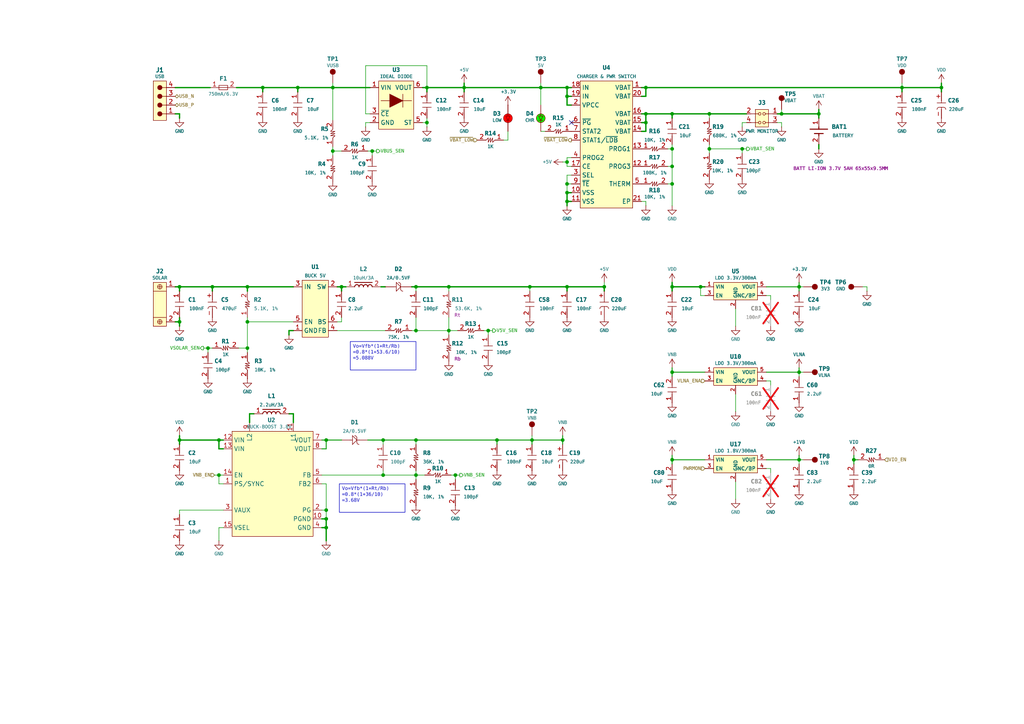
<source format=kicad_sch>
(kicad_sch (version 20231120) (generator "eeschema") (generator_version "8.0")
  (paper "A4")
  (title_block (title "THIẾT KẾ TRẠM GIÁM SÁT THỜI TIẾT SỬ DỤNG CÔNG NGHỆ NB-IOT") (date "2024-06-22") (rev "0.1") (company "TRƯỜNG ĐH KHOA HỌC TỰ NHIÊN - ĐẠI HỌC QUỐC GIA TP. HCM") (comment 1 "MSSV: 20200346") (comment 2 "SV: LÊ HƯNG THỊNH") (comment 3 "KHOA ĐIỆN TỬ"))
  (junction (at 187.325 33.02))
  (junction (at 86.36 25.4))
  (junction (at 120.65 137.795))
  (junction (at 175.26 83.185))
  (junction (at 96.52 43.815))
  (junction (at 99.06 83.185))
  (junction (at 141.605 95.885))
  (junction (at 63.5 127.635))
  (junction (at 60.325 100.965))
  (junction (at 120.65 127.635))
  (junction (at 194.945 33.02))
  (junction (at 76.2 25.4))
  (junction (at 132.08 137.795))
  (junction (at 226.695 33.02))
  (junction (at 187.325 25.4))
  (junction (at 154.305 127.635))
  (junction (at 130.175 95.885))
  (junction (at 237.49 33.02))
  (junction (at 194.945 107.95))
  (junction (at 164.465 25.4))
  (junction (at 194.945 43.18))
  (junction (at 231.775 83.185))
  (junction (at 194.945 133.35))
  (junction (at 111.125 137.795))
  (junction (at 61.595 83.185))
  (junction (at 231.775 107.95))
  (junction (at 52.07 127.635))
  (junction (at 111.125 127.635))
  (junction (at 71.755 93.345))
  (junction (at 123.825 25.4))
  (junction (at 164.465 55.88))
  (junction (at 120.65 95.885))
  (junction (at 120.65 83.185))
  (junction (at 107.95 43.815))
  (junction (at 164.465 53.34))
  (junction (at 134.62 25.4))
  (junction (at 52.07 93.345))
  (junction (at 71.755 100.965))
  (junction (at 194.945 53.34))
  (junction (at 205.74 33.02))
  (junction (at 156.845 25.4))
  (junction (at 94.615 147.955))
  (junction (at 63.5 137.795))
  (junction (at 164.465 46.99))
  (junction (at 261.62 25.4))
  (junction (at 163.195 127.635))
  (junction (at 94.615 150.495))
  (junction (at 144.145 127.635))
  (junction (at 71.755 83.185))
  (junction (at 231.775 133.35))
  (junction (at 164.465 58.42))
  (junction (at 247.65 133.35))
  (junction (at 130.175 83.185))
  (junction (at 52.07 83.185))
  (junction (at 96.52 25.4))
  (junction (at 123.825 35.56))
  (junction (at 194.945 48.26))
  (junction (at 153.67 83.185))
  (junction (at 164.465 27.94))
  (junction (at 194.945 83.185))
  (junction (at 215.265 43.18))
  (junction (at 187.325 35.56))
  (junction (at 203.2 83.185))
  (junction (at 164.465 83.185))
  (junction (at 273.05 25.4))
  (junction (at 94.615 153.035))
  (junction (at 94.615 127.635))
  (junction (at 205.74 43.18))
  (no_connect (at 165.735 35.56))
  (wire (pts (xy 64.77 127.635) (xy 63.5 127.635)) (stroke (width 0.381)))
  (wire (pts (xy 71.755 83.185) (xy 71.755 84.455)) (stroke (width 0.381)))
  (wire (pts (xy 120.65 128.905) (xy 120.65 127.635)))
  (wire (pts (xy 194.945 33.02) (xy 205.74 33.02)) (stroke (width 0.381)))
  (wire (pts (xy 144.145 127.635) (xy 144.145 128.905)) (stroke (width 0.254)))
  (wire (pts (xy 187.325 25.4) (xy 261.62 25.4)) (stroke (width 0.381)))
  (wire (pts (xy 59.055 100.965) (xy 60.325 100.965)))
  (wire (pts (xy 223.52 110.49) (xy 222.25 110.49)))
  (wire (pts (xy 231.775 83.185) (xy 233.045 83.185)))
  (wire (pts (xy 134.62 25.4) (xy 134.62 26.67)) (stroke (width 0.381)))
  (wire (pts (xy 107.315 33.02) (xy 106.045 33.02)))
  (wire (pts (xy 154.305 127.635) (xy 163.195 127.635)) (stroke (width 0.254)))
  (wire (pts (xy 76.2 25.4) (xy 76.2 26.67)) (stroke (width 0.381)))
  (wire (pts (xy 94.615 153.035) (xy 94.615 150.495)) (stroke (width 0.381)))
  (wire (pts (xy 250.19 83.185) (xy 251.46 83.185)))
  (wire (pts (xy 205.74 33.02) (xy 205.74 34.29)))
  (wire (pts (xy 106.045 36.83) (xy 106.045 35.56)))
  (wire (pts (xy 52.07 147.955) (xy 52.07 149.225)))
  (wire (pts (xy 96.52 42.545) (xy 96.52 43.815)))
  (wire (pts (xy 187.325 58.42) (xy 186.055 58.42)))
  (wire (pts (xy 231.775 132.08) (xy 231.775 133.35)) (stroke (width 0.254)))
  (wire (pts (xy 164.465 50.8) (xy 164.465 53.34)))
  (wire (pts (xy 164.465 53.34) (xy 164.465 55.88)))
  (wire (pts (xy 85.09 120.015) (xy 83.82 120.015)) (stroke (width 0.381)))
  (wire (pts (xy 71.755 93.345) (xy 71.755 100.965)))
  (wire (pts (xy 193.675 48.26) (xy 194.945 48.26)))
  (wire (pts (xy 147.32 40.64) (xy 146.05 40.64)))
  (wire (pts (xy 106.68 127.635) (xy 111.125 127.635)) (stroke (width 0.254)))
  (wire (pts (xy 60.325 102.235) (xy 60.325 100.965)))
  (wire (pts (xy 187.325 33.02) (xy 186.055 33.02)) (stroke (width 0.381)))
  (wire (pts (xy 50.8 25.4) (xy 60.96 25.4)) (stroke (width 0.381)))
  (wire (pts (xy 187.325 27.94) (xy 187.325 25.4)) (stroke (width 0.381)))
  (wire (pts (xy 194.945 81.915) (xy 194.945 83.185)) (stroke (width 0.381)))
  (wire (pts (xy 237.49 31.75) (xy 237.49 33.02)) (stroke (width 0.381)))
  (wire (pts (xy 52.07 92.075) (xy 52.07 93.345)) (stroke (width 0.381)))
  (wire (pts (xy 99.06 83.185) (xy 97.79 83.185)) (stroke (width 0.381)))
  (wire (pts (xy 144.145 127.635) (xy 154.305 127.635)) (stroke (width 0.254)))
  (wire (pts (xy 64.77 140.335) (xy 63.5 140.335)))
  (wire (pts (xy 123.825 19.05) (xy 123.825 25.4)))
  (wire (pts (xy 123.825 25.4) (xy 134.62 25.4)) (stroke (width 0.381)))
  (wire (pts (xy 96.52 24.13) (xy 96.52 25.4)))
  (wire (pts (xy 194.945 107.95) (xy 194.945 109.22)) (stroke (width 0.254)))
  (wire (pts (xy 133.35 137.795) (xy 132.08 137.795)))
  (wire (pts (xy 237.49 33.02) (xy 237.49 34.29)) (stroke (width 0.381)))
  (wire (pts (xy 120.65 137.795) (xy 120.65 139.065)))
  (wire (pts (xy 273.05 24.13) (xy 273.05 25.4)) (stroke (width 0.381)))
  (wire (pts (xy 175.26 83.185) (xy 164.465 83.185)) (stroke (width 0.381)))
  (wire (pts (xy 71.755 100.965) (xy 69.215 100.965)))
  (wire (pts (xy 111.125 136.525) (xy 111.125 137.795)))
  (wire (pts (xy 119.38 95.885) (xy 120.65 95.885)))
  (wire (pts (xy 156.845 25.4) (xy 156.845 30.48)))
  (wire (pts (xy 96.52 43.815) (xy 99.06 43.815)))
  (wire (pts (xy 213.36 89.535) (xy 213.36 94.615)))
  (wire (pts (xy 134.62 25.4) (xy 156.845 25.4)) (stroke (width 0.381)))
  (wire (pts (xy 231.775 107.95) (xy 233.045 107.95)))
  (wire (pts (xy 205.74 41.91) (xy 205.74 43.18)))
  (wire (pts (xy 247.65 133.35) (xy 248.92 133.35)) (stroke (width 0.254)))
  (wire (pts (xy 86.36 25.4) (xy 86.36 26.67)) (stroke (width 0.381)))
  (wire (pts (xy 215.265 44.45) (xy 215.265 43.18)))
  (wire (pts (xy 97.79 93.345) (xy 99.06 93.345)))
  (wire (pts (xy 50.8 83.185) (xy 52.07 83.185)) (stroke (width 0.381)))
  (wire (pts (xy 63.5 153.035) (xy 64.77 153.035)))
  (wire (pts (xy 71.755 83.185) (xy 85.09 83.185)) (stroke (width 0.381)))
  (wire (pts (xy 106.045 33.02) (xy 106.045 19.05)))
  (wire (pts (xy 231.775 81.915) (xy 231.775 83.185)) (stroke (width 0.254)))
  (wire (pts (xy 213.36 139.7) (xy 213.36 144.78)))
  (wire (pts (xy 223.52 137.16) (xy 223.52 135.89)))
  (wire (pts (xy 204.47 133.35) (xy 194.945 133.35)) (stroke (width 0.254)))
  (wire (pts (xy 164.465 27.94) (xy 165.735 27.94)) (stroke (width 0.381)))
  (wire (pts (xy 120.65 95.885) (xy 130.175 95.885)))
  (wire (pts (xy 194.945 83.185) (xy 203.2 83.185)) (stroke (width 0.381)))
  (wire (pts (xy 99.06 83.185) (xy 100.33 83.185)) (stroke (width 0.381)))
  (wire (pts (xy 111.76 95.885) (xy 97.79 95.885)))
  (wire (pts (xy 111.76 83.185) (xy 110.49 83.185)) (stroke (width 0.381)))
  (wire (pts (xy 52.07 83.185) (xy 61.595 83.185)) (stroke (width 0.381)))
  (wire (pts (xy 122.555 35.56) (xy 123.825 35.56)))
  (wire (pts (xy 222.25 83.185) (xy 231.775 83.185)) (stroke (width 0.254)))
  (wire (pts (xy 194.945 59.69) (xy 194.945 53.34)))
  (wire (pts (xy 62.23 137.795) (xy 63.5 137.795)))
  (wire (pts (xy 164.465 48.26) (xy 164.465 46.99)))
  (wire (pts (xy 93.345 140.335) (xy 94.615 140.335)))
  (wire (pts (xy 63.5 137.795) (xy 64.77 137.795)))
  (wire (pts (xy 215.265 43.18) (xy 205.74 43.18)))
  (wire (pts (xy 226.695 33.02) (xy 237.49 33.02)) (stroke (width 0.381)))
  (wire (pts (xy 231.775 106.68) (xy 231.775 107.95)) (stroke (width 0.254)))
  (wire (pts (xy 71.755 100.965) (xy 71.755 102.235)))
  (wire (pts (xy 76.2 25.4) (xy 68.58 25.4)) (stroke (width 0.381)))
  (wire (pts (xy 194.945 106.68) (xy 194.945 107.95)) (stroke (width 0.254)))
  (wire (pts (xy 225.425 33.02) (xy 226.695 33.02)) (stroke (width 0.381)))
  (wire (pts (xy 130.175 84.455) (xy 130.175 83.185)))
  (wire (pts (xy 194.945 41.91) (xy 194.945 43.18)))
  (wire (pts (xy 187.325 35.56) (xy 187.325 33.02)) (stroke (width 0.381)))
  (wire (pts (xy 93.345 127.635) (xy 94.615 127.635)) (stroke (width 0.254)))
  (wire (pts (xy 154.305 126.365) (xy 154.305 127.635)))
  (wire (pts (xy 204.47 107.95) (xy 194.945 107.95)) (stroke (width 0.254)))
  (wire (pts (xy 93.345 130.175) (xy 94.615 130.175)) (stroke (width 0.254)))
  (wire (pts (xy 120.65 92.075) (xy 120.65 95.885)))
  (wire (pts (xy 93.345 153.035) (xy 94.615 153.035)) (stroke (width 0.381)))
  (wire (pts (xy 132.08 139.065) (xy 132.08 137.795)))
  (wire (pts (xy 226.695 31.75) (xy 226.695 33.02)))
  (wire (pts (xy 164.465 46.99) (xy 164.465 45.72)))
  (wire (pts (xy 261.62 24.13) (xy 261.62 25.4)))
  (wire (pts (xy 165.735 50.8) (xy 164.465 50.8)))
  (wire (pts (xy 164.465 83.185) (xy 164.465 84.455)) (stroke (width 0.381)))
  (wire (pts (xy 216.535 43.18) (xy 215.265 43.18)))
  (wire (pts (xy 175.26 81.915) (xy 175.26 83.185)))
  (wire (pts (xy 186.055 27.94) (xy 187.325 27.94)) (stroke (width 0.381)))
  (wire (pts (xy 273.05 26.67) (xy 273.05 25.4)) (stroke (width 0.381)))
  (wire (pts (xy 86.36 25.4) (xy 76.2 25.4)) (stroke (width 0.381)))
  (wire (pts (xy 94.615 127.635) (xy 99.06 127.635)) (stroke (width 0.254)))
  (wire (pts (xy 223.52 111.76) (xy 223.52 110.49)))
  (wire (pts (xy 204.47 85.725) (xy 203.2 85.725)))
  (wire (pts (xy 94.615 150.495) (xy 94.615 147.955)))
  (wire (pts (xy 130.175 95.885) (xy 130.175 92.075)))
  (wire (pts (xy 93.345 150.495) (xy 94.615 150.495)) (stroke (width 0.381)))
  (wire (pts (xy 153.67 83.185) (xy 153.67 84.455)))
  (wire (pts (xy 52.07 94.615) (xy 52.07 93.345)) (stroke (width 0.381)))
  (wire (pts (xy 194.945 43.18) (xy 193.675 43.18)))
  (wire (pts (xy 71.755 92.075) (xy 71.755 93.345)))
  (wire (pts (xy 106.045 19.05) (xy 123.825 19.05)))
  (wire (pts (xy 163.195 46.99) (xy 164.465 46.99)))
  (wire (pts (xy 261.62 25.4) (xy 261.62 26.67)) (stroke (width 0.381)))
  (wire (pts (xy 52.07 126.365) (xy 52.07 127.635)) (stroke (width 0.381)))
  (wire (pts (xy 52.07 127.635) (xy 52.07 128.905)) (stroke (width 0.381)))
  (wire (pts (xy 164.465 25.4) (xy 164.465 27.94)) (stroke (width 0.381)))
  (wire (pts (xy 83.82 97.155) (xy 83.82 95.885)) (stroke (width 0.381)))
  (wire (pts (xy 130.81 137.795) (xy 132.08 137.795)))
  (wire (pts (xy 106.68 43.815) (xy 107.95 43.815)))
  (wire (pts (xy 64.77 130.175) (xy 63.5 130.175)) (stroke (width 0.381)))
  (wire (pts (xy 205.74 44.45) (xy 205.74 43.18)))
  (wire (pts (xy 147.32 38.1) (xy 147.32 40.64)))
  (wire (pts (xy 226.695 36.83) (xy 226.695 35.56)))
  (wire (pts (xy 72.39 120.015) (xy 73.66 120.015)) (stroke (width 0.381)))
  (wire (pts (xy 71.755 93.345) (xy 85.09 93.345)))
  (wire (pts (xy 158.115 38.1) (xy 156.845 38.1)))
  (wire (pts (xy 273.05 25.4) (xy 261.62 25.4)) (stroke (width 0.381)))
  (wire (pts (xy 187.325 25.4) (xy 186.055 25.4)) (stroke (width 0.381)))
  (wire (pts (xy 226.695 35.56) (xy 225.425 35.56)))
  (wire (pts (xy 52.07 34.29) (xy 52.07 33.02)) (stroke (width 0.381)))
  (wire (pts (xy 63.5 127.635) (xy 63.5 130.175)) (stroke (width 0.381)))
  (wire (pts (xy 85.09 122.555) (xy 85.09 120.015)) (stroke (width 0.381)))
  (wire (pts (xy 194.945 48.26) (xy 194.945 43.18)))
  (wire (pts (xy 52.07 33.02) (xy 50.8 33.02)) (stroke (width 0.381)))
  (wire (pts (xy 251.46 83.185) (xy 251.46 84.455)))
  (wire (pts (xy 222.25 133.35) (xy 231.775 133.35)) (stroke (width 0.254)))
  (wire (pts (xy 123.825 26.67) (xy 123.825 25.4)) (stroke (width 0.381)))
  (wire (pts (xy 231.775 133.35) (xy 231.775 134.62)))
  (wire (pts (xy 187.325 59.69) (xy 187.325 58.42)))
  (wire (pts (xy 164.465 58.42) (xy 164.465 55.88)) (stroke (width 0.381)))
  (wire (pts (xy 205.74 33.02) (xy 216.535 33.02)) (stroke (width 0.381)))
  (wire (pts (xy 215.265 35.56) (xy 216.535 35.56)))
  (wire (pts (xy 231.775 83.185) (xy 231.775 84.455)) (stroke (width 0.254)))
  (wire (pts (xy 223.52 85.725) (xy 222.25 85.725)))
  (wire (pts (xy 163.195 126.365) (xy 163.195 127.635)) (stroke (width 0.254)))
  (wire (pts (xy 52.07 83.185) (xy 52.07 84.455)) (stroke (width 0.381)))
  (wire (pts (xy 164.465 55.88) (xy 165.735 55.88)) (stroke (width 0.381)))
  (wire (pts (xy 130.175 83.185) (xy 153.67 83.185)) (stroke (width 0.381)))
  (wire (pts (xy 120.65 83.185) (xy 130.175 83.185)) (stroke (width 0.381)))
  (wire (pts (xy 194.945 33.02) (xy 194.945 34.29)) (stroke (width 0.381)))
  (wire (pts (xy 94.615 140.335) (xy 94.615 147.955)))
  (wire (pts (xy 63.5 140.335) (xy 63.5 137.795)))
  (wire (pts (xy 223.52 85.725) (xy 223.52 86.995)))
  (wire (pts (xy 247.65 132.08) (xy 247.65 133.35)) (stroke (width 0.254)))
  (wire (pts (xy 123.825 34.29) (xy 123.825 35.56)))
  (wire (pts (xy 193.675 53.34) (xy 194.945 53.34)))
  (wire (pts (xy 231.775 133.35) (xy 233.045 133.35)))
  (wire (pts (xy 222.25 107.95) (xy 231.775 107.95)) (stroke (width 0.254)))
  (wire (pts (xy 94.615 147.955) (xy 93.345 147.955)))
  (wire (pts (xy 140.335 95.885) (xy 141.605 95.885)))
  (wire (pts (xy 203.2 83.185) (xy 203.2 85.725)))
  (wire (pts (xy 109.22 43.815) (xy 107.95 43.815)))
  (wire (pts (xy 96.52 25.4) (xy 96.52 34.925)))
  (wire (pts (xy 72.39 122.555) (xy 72.39 120.015)) (stroke (width 0.381)))
  (wire (pts (xy 247.65 134.62) (xy 247.65 133.35)) (stroke (width 0.254)))
  (wire (pts (xy 223.52 135.89) (xy 222.25 135.89)))
  (wire (pts (xy 120.65 127.635) (xy 144.145 127.635)) (stroke (width 0.254)))
  (wire (pts (xy 61.595 100.965) (xy 60.325 100.965)))
  (wire (pts (xy 141.605 97.155) (xy 141.605 95.885)))
  (wire (pts (xy 194.945 83.185) (xy 194.945 84.455)) (stroke (width 0.381)))
  (wire (pts (xy 130.175 95.885) (xy 132.715 95.885)))
  (wire (pts (xy 165.735 30.48) (xy 164.465 30.48)) (stroke (width 0.381)))
  (wire (pts (xy 213.36 114.3) (xy 213.36 119.38)))
  (wire (pts (xy 165.735 48.26) (xy 164.465 48.26)))
  (wire (pts (xy 186.055 35.56) (xy 187.325 35.56)) (stroke (width 0.381)))
  (wire (pts (xy 165.735 53.34) (xy 164.465 53.34)))
  (wire (pts (xy 156.845 24.13) (xy 156.845 25.4)))
  (wire (pts (xy 215.265 36.83) (xy 215.265 35.56)))
  (wire (pts (xy 99.06 93.345) (xy 99.06 92.075)))
  (wire (pts (xy 96.52 43.815) (xy 96.52 45.085)))
  (wire (pts (xy 194.945 53.34) (xy 194.945 48.26)))
  (wire (pts (xy 187.325 33.02) (xy 194.945 33.02)) (stroke (width 0.381)))
  (wire (pts (xy 111.125 127.635) (xy 111.125 128.905)))
  (wire (pts (xy 63.5 156.845) (xy 63.5 153.035)))
  (wire (pts (xy 94.615 156.845) (xy 94.615 153.035)) (stroke (width 0.381)))
  (wire (pts (xy 164.465 27.94) (xy 164.465 30.48)) (stroke (width 0.381)))
  (wire (pts (xy 231.775 107.95) (xy 231.775 109.22)))
  (wire (pts (xy 61.595 83.185) (xy 71.755 83.185)) (stroke (width 0.381)))
  (wire (pts (xy 163.195 128.905) (xy 163.195 127.635)) (stroke (width 0.254)))
  (wire (pts (xy 134.62 24.13) (xy 134.62 25.4)) (stroke (width 0.381)))
  (wire (pts (xy 96.52 25.4) (xy 107.315 25.4)) (stroke (width 0.381)))
  (wire (pts (xy 194.945 132.08) (xy 194.945 133.35)) (stroke (width 0.254)))
  (wire (pts (xy 93.345 137.795) (xy 111.125 137.795)))
  (wire (pts (xy 142.875 95.885) (xy 141.605 95.885)))
  (wire (pts (xy 120.65 127.635) (xy 111.125 127.635)) (stroke (width 0.254)))
  (wire (pts (xy 164.465 59.69) (xy 164.465 58.42)) (stroke (width 0.381)))
  (wire (pts (xy 187.325 38.1) (xy 187.325 35.56)) (stroke (width 0.381)))
  (wire (pts (xy 107.95 45.085) (xy 107.95 43.815)))
  (wire (pts (xy 63.5 127.635) (xy 52.07 127.635)) (stroke (width 0.381)))
  (wire (pts (xy 130.175 95.885) (xy 130.175 97.155)))
  (wire (pts (xy 106.045 35.56) (xy 107.315 35.56)))
  (wire (pts (xy 120.65 137.795) (xy 120.65 136.525)))
  (wire (pts (xy 120.65 83.185) (xy 120.65 84.455)))
  (wire (pts (xy 64.77 147.955) (xy 52.07 147.955)))
  (wire (pts (xy 154.305 127.635) (xy 154.305 128.905)) (stroke (width 0.254)))
  (wire (pts (xy 237.49 43.18) (xy 237.49 41.91)) (stroke (width 0.381)))
  (wire (pts (xy 164.465 25.4) (xy 165.735 25.4)) (stroke (width 0.381)))
  (wire (pts (xy 111.125 137.795) (xy 120.65 137.795)))
  (wire (pts (xy 83.82 95.885) (xy 85.09 95.885)) (stroke (width 0.381)))
  (wire (pts (xy 164.465 58.42) (xy 165.735 58.42)) (stroke (width 0.381)))
  (wire (pts (xy 186.055 38.1) (xy 187.325 38.1)) (stroke (width 0.381)))
  (wire (pts (xy 99.06 84.455) (xy 99.06 83.185)) (stroke (width 0.381)))
  (wire (pts (xy 153.67 83.185) (xy 164.465 83.185)) (stroke (width 0.381)))
  (wire (pts (xy 52.07 93.345) (xy 50.8 93.345)) (stroke (width 0.381)))
  (wire (pts (xy 123.825 36.83) (xy 123.825 35.56)))
  (wire (pts (xy 175.26 83.185) (xy 175.26 84.455)) (stroke (width 0.381)))
  (wire (pts (xy 123.825 25.4) (xy 122.555 25.4)) (stroke (width 0.381)))
  (wire (pts (xy 94.615 130.175) (xy 94.615 127.635)) (stroke (width 0.254)))
  (wire (pts (xy 204.47 83.185) (xy 203.2 83.185)) (stroke (width 0.381)))
  (wire (pts (xy 120.65 137.795) (xy 123.19 137.795)))
  (wire (pts (xy 194.945 133.35) (xy 194.945 134.62)) (stroke (width 0.254)))
  (wire (pts (xy 164.465 45.72) (xy 165.735 45.72)))
  (wire (pts (xy 61.595 84.455) (xy 61.595 83.185)) (stroke (width 0.381)))
  (wire (pts (xy 119.38 83.185) (xy 120.65 83.185)) (stroke (width 0.381)))
  (wire (pts (xy 86.36 25.4) (xy 96.52 25.4)) (stroke (width 0.381)))
  (wire (pts (xy 156.845 25.4) (xy 164.465 25.4)) (stroke (width 0.381)))
  (text_box "Vo=Vfb*(1+Rt/Rb)\n=0.8*(1+53.6/10)\n=5.088V" (at 101.6 99.06 0) (size 19.05 8.255) (effects (font (size 1.016 1.016)) (justify left top)))
  (text_box "Vo=Vfb*(1+Rt/Rb)\n=0.8*(1+36/10)\n=3.68V" (at 98.425 140.335 0) (size 19.05 8.255) (effects (font (size 1.016 1.016)) (justify left top)))
  (hierarchical_label "VNB_EN" (shape input) (at 62.23 137.795 180) (effects (font (size 1.016 1.016))))
  (hierarchical_label "VSOLAR_SEN" (shape output) (at 59.055 100.965 180) (effects (font (size 1.016 1.016))))
  (hierarchical_label "USB_N" (shape bidirectional) (at 50.8 27.94 0) (effects (font (size 1.016 1.016))))
  (hierarchical_label "PWRMON" (shape input) (at 204.47 135.89 180) (effects (font (size 1.016 1.016))))
  (hierarchical_label "VLNA_ENA" (shape input) (at 204.47 110.49 180) (effects (font (size 1.016 1.016))))
  (hierarchical_label "~{VBAT_LOW}" (shape output) (at 165.735 40.64 180) (effects (font (size 1.016 1.016))))
  (hierarchical_label "VBAT_SEN" (shape output) (at 216.535 43.18 0) (effects (font (size 1.016 1.016))))
  (hierarchical_label "VIO_EN" (shape input) (at 256.54 133.35 0) (effects (font (size 1.016 1.016))))
  (hierarchical_label "V5V_SEN" (shape output) (at 142.875 95.885 0) (effects (font (size 1.016 1.016))))
  (hierarchical_label "VNB_SEN" (shape output) (at 133.35 137.795 0) (effects (font (size 1.016 1.016))))
  (hierarchical_label "USB_P" (shape bidirectional) (at 50.8 30.48 0) (effects (font (size 1.016 1.016))))
  (hierarchical_label "VBUS_SEN" (shape output) (at 109.22 43.815 0) (effects (font (size 1.016 1.016))))
  (hierarchical_label "~{VBAT_LOW}" (shape input) (at 138.43 40.64 180) (effects (font (size 1.016 1.016))))
  (symbol (lib_id "SAMPI:CERCAP") (at 234.315 139.7 270) (mirror x) (unit 1)
    (property "Reference" "C83" (at 235.585 137.16 90) (effects (font (bold yes))))
    (property "Value" "2.2uF" (at 236.22 139.7 90) (effects (font (size 1.016 1.016))))
    (property "Footprint" "SAMPI:CAP0603" (effects (hide yes)))
    (property "Description" "CAP CER 2.2UF 10V X7R 0603" (effects (hide yes)))
    (property "MNP" "CL10B225KP8NNNC" (effects (hide yes)))
    (property "Price" "0.018" (effects (hide yes)))
    (property "Stock Link" "https://www.thegioiic.com/tu-gom-0603-2-2uf-10v" (effects (hide yes)))
    (property "MFT" "Samsung" (effects (hide yes)))
  )
  (symbol (lib_id "power:GND") (at 237.49 43.18 0) (unit 1)
    (property "Reference" "#PWR045" (effects (hide yes)))
    (property "Value" "GND" (at 237.49 46.99 0) (effects (font (size 1.016 1.016))))
    (property "Description" "Power symbol creates a global label with name \"GND\" , ground" (effects (hide yes)))
  )
  (symbol (lib_id "power:GND") (at 106.045 36.83 0) (unit 1)
    (property "Reference" "#PWR015" (effects (hide yes)))
    (property "Value" "GND" (at 106.045 40.64 0) (effects (font (size 1.016 1.016))))
    (property "Description" "Power symbol creates a global label with name \"GND\" , ground" (effects (hide yes)))
  )
  (symbol (lib_id "power:VDD") (at 194.945 81.915 0) (unit 1)
    (property "Reference" "#PWR036" (effects (hide yes)))
    (property "Value" "VDD" (at 194.945 78.105 0) (effects (font (size 1.016 1.016))))
    (property "Description" "Power symbol creates a global label with name \"VDD\"" (effects (hide yes)))
  )
  (symbol (lib_id "SAMPI:CERCAP") (at 250.19 139.7 270) (mirror x) (unit 1)
    (property "Reference" "C39" (at 251.46 137.16 90) (effects (font (bold yes))))
    (property "Value" "2.2uF" (at 252.095 139.7 90) (effects (font (size 1.016 1.016))))
    (property "Footprint" "SAMPI:CAP0603" (effects (hide yes)))
    (property "Description" "CAP CER 2.2UF 10V X7R 0603" (effects (hide yes)))
    (property "MNP" "CL10B225KP8NNNC" (effects (hide yes)))
    (property "Price" "0.018" (effects (hide yes)))
    (property "Stock Link" "https://www.thegioiic.com/tu-gom-0603-2-2uf-10v" (effects (hide yes)))
    (property "MFT" "Samsung" (effects (hide yes)))
  )
  (symbol (lib_id "SAMPI:CERCAP") (at 129.54 141.605 90) (mirror x) (unit 1)
    (property "Reference" "C13" (at 137.795 141.605 90) (effects (font (bold yes)) (justify left)))
    (property "Value" "100pF" (at 139.065 144.145 90) (effects (font (size 1.016 1.016)) (justify left)))
    (property "Footprint" "SAMPI:CAP0603" (effects (hide yes)))
    (property "Description" "CAP CER 100PF 50V C0G/NP0 0603" (effects (hide yes)))
    (property "MNP" "CL10C101JB8NNNC" (effects (hide yes)))
    (property "Price" "0.0083" (effects (hide yes)))
    (property "Stock Link" "https://www.thegioiic.com/tu-gom-0603-100pf-50v" (effects (hide yes)))
    (property "MFT" "Samsung" (effects (hide yes)))
  )
  (symbol (lib_id "SAMPI:CERCAP") (at 264.16 29.21 270) (unit 1)
    (property "Reference" "C25" (at 264.16 29.2099 90) (effects (font (bold yes)) (justify left)))
    (property "Value" "100nF" (at 264.16 31.7499 90) (effects (font (size 1.016 1.016)) (justify left)))
    (property "Footprint" "SAMPI:CAP0603" (effects (hide yes)))
    (property "Description" "CAP CER 0.1UF 25V X7R 0603" (effects (hide yes)))
    (property "MNP" "CL10B104KA8NNNC" (effects (hide yes)))
    (property "Price" "0.0083" (effects (hide yes)))
    (property "Stock Link" "https://www.thegioiic.com/tu-gom-0603-100nf-0-1uf-25v" (effects (hide yes)))
    (property "MFT" "Samsung" (effects (hide yes)))
  )
  (symbol (lib_id "SAMPI:DIODE_IDEAL_LM66100") (at 107.315 20.32 0) (unit 1)
    (property "Reference" "U3" (at 114.935 20.32 0) (effects (font (bold yes))))
    (property "Value" "IDEAL DIODE" (at 114.935 22.225 0) (effects (font (size 1.016 1.016))))
    (property "Footprint" "SAMPI:SOT363" (effects (hide yes)))
    (property "Description" "IC OR CTRLR IDEAL DIODE SC70-6" (effects (hide yes)))
    (property "MNP" "LM66100DCKR" (effects (hide yes)))
    (property "Price" "0.41" (effects (hide yes)))
    (property "Stock Link" "https://www.digikey.com/en/products/detail/texas-instruments/LM66100DCKR/10273183" (effects (hide yes)))
    (property "MFT" "TI" (effects (hide yes)))
  )
  (symbol (lib_id "power:GND") (at 215.265 52.07 0) (mirror y) (unit 1)
    (property "Reference" "#PWR041" (effects (hide yes)))
    (property "Value" "GND" (at 215.265 55.88 0) (effects (font (size 1.016 1.016))))
    (property "Description" "Power symbol creates a global label with name \"GND\" , ground" (effects (hide yes)))
  )
  (symbol (lib_id "SAMPI:CERCAP") (at 167.005 86.995 270) (unit 1)
    (property "Reference" "C17" (at 167.005 86.9949 90) (effects (font (bold yes)) (justify left)))
    (property "Value" "100nF" (at 167.005 89.5349 90) (effects (font (size 1.016 1.016)) (justify left)))
    (property "Footprint" "SAMPI:CAP0603" (effects (hide yes)))
    (property "Description" "CAP CER 0.1UF 25V X7R 0603" (effects (hide yes)))
    (property "MNP" "CL10B104KA8NNNC" (effects (hide yes)))
    (property "Price" "0.0083" (effects (hide yes)))
    (property "Stock Link" "https://www.thegioiic.com/tu-gom-0603-100nf-0-1uf-25v" (effects (hide yes)))
    (property "MFT" "Samsung" (effects (hide yes)))
  )
  (symbol (lib_id "power:GND") (at 134.62 34.29 0) (unit 1)
    (property "Reference" "#PWR022" (effects (hide yes)))
    (property "Value" "GND" (at 134.62 38.1 0) (effects (font (size 1.016 1.016))))
    (property "Description" "Power symbol creates a global label with name \"GND\" , ground" (effects (hide yes)))
  )
  (symbol (lib_id "power:GND") (at 247.65 142.24 0) (mirror y) (unit 1)
    (property "Reference" "#PWR080" (effects (hide yes)))
    (property "Value" "GND" (at 247.65 146.05 0) (effects (font (size 1.016 1.016))))
    (property "Description" "Power symbol creates a global label with name \"GND\" , ground" (effects (hide yes)))
  )
  (symbol (lib_id "SAMPI:RES") (at 132.715 86.995 270) (unit 1)
    (property "Reference" "R11" (at 132.715 86.995 90) (effects (font (bold yes))))
    (property "Value" "53.6K, 1%" (at 135.89 89.535 90) (effects (font (size 1.016 1.016))))
    (property "Footprint" "SAMPI:RES0603" (effects (hide yes)))
    (property "Description" "RES SMD 53.6K OHM 1% 1/10W 0603" (effects (hide yes)))
    (property "MNP" "RC0603FR-0753K6L" (effects (hide yes)))
    (property "Note" "Rt" (at 132.715 91.44 90) (effects (font (size 1.016 1.016))))
    (property "Price" "0.002" (effects (hide yes)))
    (property "Stock Link" "https://www.thegioiic.com/dien-tro-53-6-kohm-0603-1-" (effects (hide yes)))
    (property "MFT" "YAGEO" (effects (hide yes)))
  )
  (symbol (lib_id "SAMPI:CERCAP") (at 62.865 104.775 270) (unit 1)
    (property "Reference" "C4" (at 62.23 104.775 90) (effects (font (bold yes)) (justify left)))
    (property "Value" "100pF" (at 62.23 107.315 90) (effects (font (size 1.016 1.016)) (justify left)))
    (property "Footprint" "SAMPI:CAP0603" (effects (hide yes)))
    (property "Description" "CAP CER 100PF 50V C0G/NP0 0603" (effects (hide yes)))
    (property "MNP" "CL10C101JB8NNNC" (effects (hide yes)))
    (property "Price" "0.0083" (effects (hide yes)))
    (property "Stock Link" "https://www.thegioiic.com/tu-gom-0603-100pf-50v" (effects (hide yes)))
    (property "MFT" "Samsung" (effects (hide yes)))
  )
  (symbol (lib_id "power:GND") (at 61.595 92.075 0) (unit 1)
    (property "Reference" "#PWR07" (effects (hide yes)))
    (property "Value" "GND" (at 61.595 95.885 0) (effects (font (size 1.016 1.016))))
    (property "Description" "Power symbol creates a global label with name \"GND\" , ground" (effects (hide yes)))
  )
  (symbol (lib_id "SAMPI:CERCAP") (at 156.845 131.445 270) (unit 1)
    (property "Reference" "C18" (at 156.845 131.4449 90) (effects (font (bold yes)) (justify left)))
    (property "Value" "10uF" (at 156.845 133.9849 90) (effects (font (size 1.016 1.016)) (justify left)))
    (property "Footprint" "SAMPI:CAP0805" (effects (hide yes)))
    (property "Description" "CAP CER 10UF 16V X5R 0805" (effects (hide yes)))
    (property "MNP" "CL21A106KOQNNNE" (effects (hide yes)))
    (property "Price" "0.017" (effects (hide yes)))
    (property "Stock Link" "https://www.thegioiic.com/tu-gom-0805-10uf-16v" (effects (hide yes)))
    (property "MFT" "Samsung" (effects (hide yes)))
  )
  (symbol (lib_id "SAMPI:RES") (at 188.595 40.64 0) (unit 1)
    (property "Reference" "R16" (at 189.865 38.1 0) (effects (font (bold yes))))
    (property "Value" "10K, 1%" (at 189.865 40.64 0) (effects (font (size 1.016 1.016))))
    (property "Footprint" "SAMPI:RES0603" (effects (hide yes)))
    (property "Description" "RES SMD 10K OHM 1% 1/10W 0603" (effects (hide yes)))
    (property "MNP" "RC0603FR-0710KL" (effects (hide yes)))
    (property "Price" "0.002" (effects (hide yes)))
    (property "Stock Link" "https://www.thegioiic.com/dien-tro-10-kohm-0603-1-" (effects (hide yes)))
    (property "MFT" "YAGEO" (effects (hide yes)))
  )
  (symbol (lib_id "power:GND") (at 223.52 94.615 0) (mirror y) (unit 1)
    (property "Reference" "#PWR0193" (effects (hide yes)))
    (property "Value" "GND" (at 223.52 98.425 0) (effects (font (size 1.016 1.016))))
    (property "Description" "Power symbol creates a global label with name \"GND\" , ground" (effects (hide yes)))
  )
  (symbol (lib_id "power:GND") (at 226.695 36.83 0) (unit 1)
    (property "Reference" "#PWR044" (effects (hide yes)))
    (property "Value" "GND" (at 226.695 40.64 0) (effects (font (size 1.016 1.016))))
    (property "Description" "Power symbol creates a global label with name \"GND\" , ground" (effects (hide yes)))
  )
  (symbol (lib_id "power:GND") (at 194.945 92.075 0) (unit 1)
    (property "Reference" "#PWR037" (effects (hide yes)))
    (property "Value" "GND" (at 194.945 95.885 0) (effects (font (size 1.016 1.016))))
    (property "Description" "Power symbol creates a global label with name \"GND\" , ground" (effects (hide yes)))
  )
  (symbol (lib_id "SAMPI:IND_HC") (at 73.66 114.935 0) (unit 1)
    (property "Reference" "L1" (at 78.74 114.935 0) (effects (font (bold yes))))
    (property "Value" "2.2uH/3A" (at 78.74 117.475 0) (effects (font (size 1.016 1.016))))
    (property "Footprint" "SAMPI:IND5852" (effects (hide yes)))
    (property "Description" "FIXED IND 2.2UH 4.35A 31MOHM SMD 5852" (effects (hide yes)))
    (property "Price" "0.044" (effects (hide yes)))
    (property "Stock Link" "https://www.thegioiic.com/cuon-cam-dan-smd-cd53-5852-2r2-2-2uh-3-5a" (effects (hide yes)))
    (property "MFT" "Bourns" (effects (hide yes)))
    (property "MNP" "SDE0604A-2R2M" (effects (hide yes)))
  )
  (symbol (lib_id "SAMPI:TPS630701") (at 67.31 125.095 0) (unit 1)
    (property "Reference" "U2" (at 78.74 121.92 0) (effects (font (bold yes))))
    (property "Value" "BUCK-BOOST 3.8V" (at 78.105 123.825 0) (effects (font (size 1.016 1.016))))
    (property "Footprint" "SAMPI:PowerVQFN15_TI" (effects (hide yes)))
    (property "Description" "IC REG BCK BST 5V 2A 15VQFN" (effects (hide yes)))
    (property "Price" "1.89" (effects (hide yes)))
    (property "Stock Link" "https://www.digikey.com/en/products/detail/texas-instruments/TPS630701RNMR/6175215" (effects (hide yes)))
    (property "MFT" "TI" (effects (hide yes)))
    (property "MNP" "TPS630701RNMR" (effects (hide yes)))
  )
  (symbol (lib_id "power:GND") (at 130.175 104.775 0) (unit 1)
    (property "Reference" "#PWR019" (effects (hide yes)))
    (property "Value" "GND" (at 130.175 108.585 0) (effects (font (size 1.016 1.016))))
    (property "Description" "Power symbol creates a global label with name \"GND\" , ground" (effects (hide yes)))
  )
  (symbol (lib_id "SAMPI:RES") (at 128.27 140.335 180) (unit 1)
    (property "Reference" "R10" (at 127 135.89 0) (effects (font (bold yes))))
    (property "Value" "1K" (at 127 139.7 0) (effects (font (size 1.016 1.016))))
    (property "Footprint" "SAMPI:RES0603" (effects (hide yes)))
    (property "Description" "RES SMD 1K OHM 5% 1/10W 0603" (effects (hide yes)))
    (property "MNP" "AC0603JR-071KL" (effects (hide yes)))
    (property "Price" "0.0014" (effects (hide yes)))
    (property "Stock Link" "https://www.thegioiic.com/dien-tro-1-kohm-0603-5-" (effects (hide yes)))
    (property "MFT" "YAGEO" (effects (hide yes)))
  )
  (symbol (lib_id "SAMPI:CERCAP") (at 126.365 29.21 270) (unit 1)
    (property "Reference" "C12" (at 126.365 29.2099 90) (effects (font (bold yes)) (justify left)))
    (property "Value" "100nF" (at 126.365 31.7499 90) (effects (font (size 1.016 1.016)) (justify left)))
    (property "Footprint" "SAMPI:CAP0603" (effects (hide yes)))
    (property "Description" "CAP CER 0.1UF 25V X7R 0603" (effects (hide yes)))
    (property "MNP" "CL10B104KA8NNNC" (effects (hide yes)))
    (property "Price" "0.0083" (effects (hide yes)))
    (property "Stock Link" "https://www.thegioiic.com/tu-gom-0603-100nf-0-1uf-25v" (effects (hide yes)))
    (property "MFT" "Samsung" (effects (hide yes)))
  )
  (symbol (lib_id "power:GND") (at 213.36 144.78 0) (mirror y) (unit 1)
    (property "Reference" "#PWR0191" (effects (hide yes)))
    (property "Value" "GND" (at 213.36 148.59 0) (effects (font (size 1.016 1.016))))
    (property "Description" "Power symbol creates a global label with name \"GND\" , ground" (effects (hide yes)))
  )
  (symbol (lib_id "power:VDD") (at 52.07 126.365 0) (unit 1)
    (property "Reference" "#PWR03" (effects (hide yes)))
    (property "Value" "VDD" (at 52.07 122.555 0) (effects (font (size 1.016 1.016))))
    (property "Description" "Power symbol creates a global label with name \"VDD\"" (effects (hide yes)))
  )
  (symbol (lib_id "power:GND") (at 94.615 156.845 0) (unit 1)
    (property "Reference" "#PWR013" (effects (hide yes)))
    (property "Value" "GND" (at 94.615 160.655 0) (effects (font (size 1.016 1.016))))
    (property "Description" "Power symbol creates a global label with name \"GND\" , ground" (effects (hide yes)))
  )
  (symbol (lib_id "power:+5V") (at 175.26 81.915 0) (unit 1)
    (property "Reference" "#PWR032" (effects (hide yes)))
    (property "Value" "+5V" (at 175.26 78.105 0) (effects (font (size 1.016 1.016))))
    (property "Description" "Power symbol creates a global label with name \"+5V\"" (effects (hide yes)))
  )
  (symbol (lib_id "power:GND") (at 52.07 94.615 0) (unit 1)
    (property "Reference" "#PWR02" (effects (hide yes)))
    (property "Value" "GND" (at 52.07 98.425 0) (effects (font (size 1.016 1.016))))
    (property "Description" "Power symbol creates a global label with name \"GND\" , ground" (effects (hide yes)))
  )
  (symbol (lib_id "power:GND") (at 123.825 36.83 0) (unit 1)
    (property "Reference" "#PWR018" (effects (hide yes)))
    (property "Value" "GND" (at 123.825 40.64 0) (effects (font (size 1.016 1.016))))
    (property "Description" "Power symbol creates a global label with name \"GND\" , ground" (effects (hide yes)))
  )
  (symbol (lib_id "power:+5V") (at 163.195 46.99 90) (unit 1)
    (property "Reference" "#PWR028" (effects (hide yes)))
    (property "Value" "+5V" (at 158.75 46.99 90) (effects (font (size 1.016 1.016))))
    (property "Description" "Power symbol creates a global label with name \"+5V\"" (effects (hide yes)))
  )
  (symbol (lib_id "SAMPI:CERCAP") (at 197.485 86.995 270) (unit 1)
    (property "Reference" "C22" (at 197.485 86.9949 90) (effects (font (bold yes)) (justify left)))
    (property "Value" "10uF" (at 197.485 89.5349 90) (effects (font (size 1.016 1.016)) (justify left)))
    (property "Footprint" "SAMPI:CAP0805" (effects (hide yes)))
    (property "Description" "CAP CER 10UF 16V X5R 0805" (effects (hide yes)))
    (property "MNP" "CL21A106KOQNNNE" (effects (hide yes)))
    (property "Price" "0.017" (effects (hide yes)))
    (property "Stock Link" "https://www.thegioiic.com/tu-gom-0805-10uf-16v" (effects (hide yes)))
    (property "MFT" "Samsung" (effects (hide yes)))
  )
  (symbol (lib_id "power:GND") (at 231.775 92.075 0) (unit 1)
    (property "Reference" "#PWR043" (effects (hide yes)))
    (property "Value" "GND" (at 231.775 95.885 0) (effects (font (size 1.016 1.016))))
    (property "Description" "Power symbol creates a global label with name \"GND\" , ground" (effects (hide yes)))
  )
  (symbol (lib_id "power:GND") (at 144.145 136.525 0) (unit 1)
    (property "Reference" "#PWR024" (effects (hide yes)))
    (property "Value" "GND" (at 144.145 140.335 0) (effects (font (size 1.016 1.016))))
    (property "Description" "Power symbol creates a global label with name \"GND\" , ground" (effects (hide yes)))
  )
  (symbol (lib_id "SAMPI:CERCAP") (at 101.6 86.995 270) (unit 1)
    (property "Reference" "C8" (at 100.965 86.9949 90) (effects (font (bold yes)) (justify left)))
    (property "Value" "2.2uF" (at 100.965 89.5349 90) (effects (font (size 1.016 1.016)) (justify left)))
    (property "Footprint" "SAMPI:CAP0603" (effects (hide yes)))
    (property "Description" "CAP CER 2.2UF 10V X7R 0603" (effects (hide yes)))
    (property "MNP" "CL10B225KP8NNNC" (effects (hide yes)))
    (property "Price" "0.018" (effects (hide yes)))
    (property "Stock Link" "https://www.thegioiic.com/tu-gom-0603-2-2uf-10v" (effects (hide yes)))
    (property "MFT" "Samsung" (effects (hide yes)))
  )
  (symbol (lib_id "SAMPI:RES") (at 188.595 50.8 0) (unit 1)
    (property "Reference" "R18" (at 189.865 55.245 0) (effects (font (bold yes))))
    (property "Value" "10K, 1%" (at 189.865 57.15 0) (effects (font (size 1.016 1.016))))
    (property "Footprint" "SAMPI:RES0603" (effects (hide yes)))
    (property "Description" "RES SMD 10K OHM 1% 1/10W 0603" (effects (hide yes)))
    (property "MNP" "RC0603FR-0710KL" (effects (hide yes)))
    (property "Price" "0.002" (effects (hide yes)))
    (property "Stock Link" "https://www.thegioiic.com/dien-tro-10-kohm-0603-1-" (effects (hide yes)))
    (property "MFT" "YAGEO" (effects (hide yes)))
  )
  (symbol (lib_id "SAMPI:CERCAP") (at 220.98 139.7 90) (mirror x) (unit 1) (dnp yes)
    (property "Reference" "C82" (at 220.98 139.6999 90) (effects (font (bold yes)) (justify left)))
    (property "Value" "100nF" (at 220.98 142.2399 90) (effects (font (size 1.016 1.016)) (justify left)))
    (property "Footprint" "SAMPI:CAP0603" (effects (hide yes)))
    (property "Description" "CAP CER 0.1UF 25V X7R 0603" (effects (hide yes)))
    (property "MNP" "CL10B104KA8NNNC" (effects (hide yes)))
    (property "Price" "0.0083" (effects (hide yes)))
    (property "Stock Link" "https://www.thegioiic.com/tu-gom-0603-100nf-0-1uf-25v" (effects (hide yes)))
    (property "MFT" "Samsung" (effects (hide yes)))
  )
  (symbol (lib_id "SAMPI:CERCAP") (at 234.315 86.995 270) (unit 1)
    (property "Reference" "C24" (at 234.315 86.9949 90) (effects (font (bold yes)) (justify left)))
    (property "Value" "10uF" (at 234.315 89.5349 90) (effects (font (size 1.016 1.016)) (justify left)))
    (property "Footprint" "SAMPI:CAP0805" (effects (hide yes)))
    (property "Description" "CAP CER 10UF 16V X5R 0805" (effects (hide yes)))
    (property "MNP" "CL21A106KOQNNNE" (effects (hide yes)))
    (property "Price" "0.017" (effects (hide yes)))
    (property "Stock Link" "https://www.thegioiic.com/tu-gom-0805-10uf-16v" (effects (hide yes)))
    (property "MFT" "Samsung" (effects (hide yes)))
  )
  (symbol (lib_id "SAMPI:VNB") (at 194.945 106.68 0) (mirror y) (unit 1)
    (property "Reference" "#PWR0130" (effects (hide yes)))
    (property "Value" "VNB" (at 194.945 102.87 0) (effects (font (size 1.016 1.016))))
    (property "Description" "Power symbol creates a global label with name \"VNB\"" (effects (hide yes)))
  )
  (symbol (lib_id "SAMPI:CERCAP") (at 197.485 139.7 270) (mirror x) (unit 1)
    (property "Reference" "C80" (at 191.135 137.16 90) (effects (font (bold yes))))
    (property "Value" "10uF" (at 190.5 139.7 90) (effects (font (size 1.016 1.016))))
    (property "Footprint" "SAMPI:CAP0805" (effects (hide yes)))
    (property "Description" "CAP CER 10UF 16V X5R 0805" (effects (hide yes)))
    (property "MNP" "CL21A106KOQNNNE" (effects (hide yes)))
    (property "Price" "0.017" (effects (hide yes)))
    (property "Stock Link" "https://www.thegioiic.com/tu-gom-0805-10uf-16v" (effects (hide yes)))
    (property "MFT" "Samsung" (effects (hide yes)))
  )
  (symbol (lib_id "SAMPI:TESTPOINT") (at 261.62 21.59 0) (unit 1) (in_bom no)
    (property "Reference" "TP7" (at 261.62 17.145 0) (effects (font (bold yes))))
    (property "Value" "VDD" (at 261.62 19.05 0) (effects (font (size 1.016 1.016))))
    (property "Footprint" "SAMPI:TP1MM" (effects (hide yes)))
  )
  (symbol (lib_id "power:GND") (at 52.07 34.29 0) (unit 1)
    (property "Reference" "#PWR01" (effects (hide yes)))
    (property "Value" "GND" (at 52.07 38.1 0) (effects (font (size 1.016 1.016))))
    (property "Description" "Power symbol creates a global label with name \"GND\" , ground" (effects (hide yes)))
  )
  (symbol (lib_id "power:GND") (at 194.945 116.84 0) (mirror y) (unit 1)
    (property "Reference" "#PWR0131" (effects (hide yes)))
    (property "Value" "GND" (at 194.945 120.65 0) (effects (font (size 1.016 1.016))))
    (property "Description" "Power symbol creates a global label with name \"GND\" , ground" (effects (hide yes)))
  )
  (symbol (lib_id "SAMPI:CERCAP") (at 54.61 131.445 270) (unit 1)
    (property "Reference" "C2" (at 54.61 131.4449 90) (effects (font (bold yes)) (justify left)))
    (property "Value" "10uF" (at 54.61 133.9849 90) (effects (font (size 1.016 1.016)) (justify left)))
    (property "Footprint" "SAMPI:CAP0805" (effects (hide yes)))
    (property "Description" "CAP CER 10UF 16V X5R 0805" (effects (hide yes)))
    (property "MNP" "CL21A106KOQNNNE" (effects (hide yes)))
    (property "Price" "0.017" (effects (hide yes)))
    (property "Stock Link" "https://www.thegioiic.com/tu-gom-0805-10uf-16v" (effects (hide yes)))
    (property "MFT" "Samsung" (effects (hide yes)))
  )
  (symbol (lib_id "SAMPI:RES") (at 203.2 46.99 90) (mirror x) (unit 1)
    (property "Reference" "R20" (at 208.28 46.99 90) (effects (font (bold yes))))
    (property "Value" "10K, 1%" (at 209.55 49.53 90) (effects (font (size 1.016 1.016))))
    (property "Footprint" "SAMPI:RES0603" (effects (hide yes)))
    (property "Description" "RES SMD 10K OHM 1% 1/10W 0603" (effects (hide yes)))
    (property "MNP" "RC0603FR-0710KL" (effects (hide yes)))
    (property "Price" "0.002" (effects (hide yes)))
    (property "Stock Link" "https://www.thegioiic.com/dien-tro-10-kohm-0603-1-" (effects (hide yes)))
    (property "MFT" "YAGEO" (effects (hide yes)))
  )
  (symbol (lib_id "power:GND") (at 120.65 146.685 0) (unit 1)
    (property "Reference" "#PWR017" (effects (hide yes)))
    (property "Value" "GND" (at 120.65 150.495 0) (effects (font (size 1.016 1.016))))
    (property "Description" "Power symbol creates a global label with name \"GND\" , ground" (effects (hide yes)))
  )
  (symbol (lib_id "SAMPI:RES") (at 203.2 36.83 90) (mirror x) (unit 1)
    (property "Reference" "R19" (at 208.28 36.83 90) (effects (font (bold yes))))
    (property "Value" "680K, 1%" (at 210.185 39.37 90) (effects (font (size 1.016 1.016))))
    (property "Footprint" "SAMPI:RES0603" (effects (hide yes)))
    (property "Description" "RES SMD 680K OHM 1% 1/10W 0603" (effects (hide yes)))
    (property "MNP" "RC0603FR-07680KL" (effects (hide yes)))
    (property "Price" "0.002" (effects (hide yes)))
    (property "Stock Link" "https://www.thegioiic.com/dien-tro-680-kohm-0603-1-" (effects (hide yes)))
    (property "MFT" "YAGEO" (effects (hide yes)))
  )
  (symbol (lib_id "SAMPI:MIC5504_RT9193") (at 207.01 128.27 0) (unit 1)
    (property "Reference" "U17" (at 213.36 128.905 0) (effects (font (bold yes))))
    (property "Value" "LDO 1.8V/300mA" (at 213.36 130.81 0) (effects (font (size 1.016 1.016))))
    (property "Footprint" "SAMPI:SOT25_DIODES" (effects (hide yes)))
    (property "Description" "IC REG LINEAR 1.8V 300MA SOT-753" (effects (hide yes)))
    (property "MFT" "Toshiba" (effects (hide yes)))
    (property "MNP" "TCR3UF18A,LM(CT" (effects (hide yes)))
    (property "Price" "0.4" (effects (hide yes)))
    (property "Stock Link" "https://www.digikey.com/en/products/detail/toshiba-semiconductor-and-storage/tcr3uf18a-lm-ct/13279610" (effects (hide yes)))
  )
  (symbol (lib_id "SAMPI:CERCAP") (at 54.61 151.765 270) (unit 1)
    (property "Reference" "C3" (at 54.61 151.7649 90) (effects (font (bold yes)) (justify left)))
    (property "Value" "10uF" (at 54.61 154.3049 90) (effects (font (size 1.016 1.016)) (justify left)))
    (property "Footprint" "SAMPI:CAP0805" (effects (hide yes)))
    (property "Description" "CAP CER 10UF 16V X5R 0805" (effects (hide yes)))
    (property "MNP" "CL21A106KOQNNNE" (effects (hide yes)))
    (property "Price" "0.017" (effects (hide yes)))
    (property "Stock Link" "https://www.thegioiic.com/tu-gom-0805-10uf-16v" (effects (hide yes)))
    (property "MFT" "Samsung" (effects (hide yes)))
  )
  (symbol (lib_id "SAMPI:DIODE-SCH") (at 111.76 78.105 0) (unit 1)
    (property "Reference" "D2" (at 115.57 78.105 0) (effects (font (bold yes))))
    (property "Value" "2A/0.5VF" (at 115.57 80.645 0) (effects (font (size 1.016 1.016))))
    (property "Footprint" "SAMPI:DO-214AC" (effects (hide yes)))
    (property "Description" "DIODE SCHOTTKY 60V 2A SMA" (effects (hide yes)))
    (property "MNP" "SS26" (effects (hide yes)))
    (property "Price" "0.018" (effects (hide yes)))
    (property "Stock Link" "https://www.thegioiic.com/ss26-sma-diode-schottky-2a" (effects (hide yes)))
    (property "MFT" "MDD" (effects (hide yes)))
  )
  (symbol (lib_id "power:GND") (at 194.945 142.24 0) (mirror y) (unit 1)
    (property "Reference" "#PWR0190" (effects (hide yes)))
    (property "Value" "GND" (at 194.945 146.05 0) (effects (font (size 1.016 1.016))))
    (property "Description" "Power symbol creates a global label with name \"GND\" , ground" (effects (hide yes)))
  )
  (symbol (lib_id "SAMPI:RES") (at 116.84 98.425 180) (unit 1)
    (property "Reference" "R7" (at 115.57 93.345 0) (effects (font (bold yes))))
    (property "Value" "75K, 1%" (at 115.57 97.79 0) (effects (font (size 1.016 1.016))))
    (property "Footprint" "SAMPI:RES0603" (effects (hide yes)))
    (property "Description" "RES SMD 75K OHM 1% 1/10W 0603" (effects (hide yes)))
    (property "MNP" "AC0603FR-0775KL" (effects (hide yes)))
    (property "Price" "0.002" (effects (hide yes)))
    (property "Stock Link" "https://www.thegioiic.com/dien-tro-75-kohm-0603-1-" (effects (hide yes)))
    (property "MFT" "YAGEO" (effects (hide yes)))
  )
  (symbol (lib_id "power:GND") (at 213.36 94.615 0) (mirror y) (unit 1)
    (property "Reference" "#PWR0192" (effects (hide yes)))
    (property "Value" "GND" (at 213.36 98.425 0) (effects (font (size 1.016 1.016))))
    (property "Description" "Power symbol creates a global label with name \"GND\" , ground" (effects (hide yes)))
  )
  (symbol (lib_id "SAMPI:CERCAP") (at 105.41 47.625 90) (mirror x) (unit 1)
    (property "Reference" "C9" (at 106.045 47.625 90) (effects (font (bold yes)) (justify left)))
    (property "Value" "100pF" (at 106.045 50.165 90) (effects (font (size 1.016 1.016)) (justify left)))
    (property "Footprint" "SAMPI:CAP0603" (effects (hide yes)))
    (property "Description" "CAP CER 100PF 50V C0G/NP0 0603" (effects (hide yes)))
    (property "MNP" "CL10C101JB8NNNC" (effects (hide yes)))
    (property "Price" "0.0083" (effects (hide yes)))
    (property "Stock Link" "https://www.thegioiic.com/tu-gom-0603-100pf-50v" (effects (hide yes)))
    (property "MFT" "Samsung" (effects (hide yes)))
  )
  (symbol (lib_id "SAMPI:BATTERY") (at 243.84 35.56 270) (unit 1)
    (property "Reference" "BAT1" (at 241.3 36.8299 90) (effects (font (bold yes)) (justify left)))
    (property "Value" "BATTERY" (at 241.3 39.37 90) (effects (font (size 1.016 1.016)) (justify left)))
    (property "Footprint" "SAMPI:PAD02_2.54TH" (effects (hide yes)))
    (property "Description" "BATT LI-ION 3.7V 5AH 65x55x9.5MM" (at 243.84 48.895 90) (effects (font (size 1.016 1.016))))
    (property "Price" "4.09" (effects (hide yes)))
    (property "Stock Link" "https://vn.shp.ee/jGCB1Gh" (effects (hide yes)))
    (property "MFT" "OEM" (effects (hide yes)))
    (property "MNP" "LC14500" (effects (hide yes)))
  )
  (symbol (lib_id "SAMPI:CERCAP") (at 88.9 29.21 270) (unit 1)
    (property "Reference" "C7" (at 88.9 29.2099 90) (effects (font (bold yes)) (justify left)))
    (property "Value" "10uF" (at 88.9 31.7499 90) (effects (font (size 1.016 1.016)) (justify left)))
    (property "Footprint" "SAMPI:CAP0805" (effects (hide yes)))
    (property "Description" "CAP CER 10UF 16V X5R 0805" (effects (hide yes)))
    (property "MNP" "CL21A106KOQNNNE" (effects (hide yes)))
    (property "Price" "0.017" (effects (hide yes)))
    (property "Stock Link" "https://www.thegioiic.com/tu-gom-0805-10uf-16v" (effects (hide yes)))
    (property "MFT" "Samsung" (effects (hide yes)))
  )
  (symbol (lib_id "SAMPI:RES") (at 163.195 40.64 180) (unit 1)
    (property "Reference" "R15" (at 161.925 34.29 0) (effects (font (bold yes))))
    (property "Value" "1K" (at 161.925 36.195 0) (effects (font (size 1.016 1.016))))
    (property "Footprint" "SAMPI:RES0603" (effects (hide yes)))
    (property "Description" "RES SMD 1K OHM 5% 1/10W 0603" (effects (hide yes)))
    (property "MNP" "AC0603JR-071KL" (effects (hide yes)))
    (property "Price" "0.0014" (effects (hide yes)))
    (property "Stock Link" "https://www.thegioiic.com/dien-tro-1-kohm-0603-5-" (effects (hide yes)))
    (property "MFT" "YAGEO" (effects (hide yes)))
  )
  (symbol (lib_id "SAMPI:VNB") (at 194.945 132.08 0) (mirror y) (unit 1)
    (property "Reference" "#PWR081" (effects (hide yes)))
    (property "Value" "VNB" (at 194.945 128.27 0) (effects (font (size 1.016 1.016))))
    (property "Description" "Power symbol creates a global label with name \"VNB\"" (effects (hide yes)))
  )
  (symbol (lib_id "power:GND") (at 175.26 92.075 0) (unit 1)
    (property "Reference" "#PWR033" (effects (hide yes)))
    (property "Value" "GND" (at 175.26 95.885 0) (effects (font (size 1.016 1.016))))
    (property "Description" "Power symbol creates a global label with name \"GND\" , ground" (effects (hide yes)))
  )
  (symbol (lib_id "SAMPI:ELECCAP") (at 177.8 86.995 270) (unit 1)
    (property "Reference" "C20" (at 177.165 86.9949 90) (effects (font (bold yes)) (justify left)))
    (property "Value" "220uF" (at 177.165 89.5349 90) (effects (font (size 1.016 1.016)) (justify left)))
    (property "Footprint" "SAMPI:CAP2312-6032" (effects (hide yes)))
    (property "Description" "CAP ALUM 220UF 20% 6.3V SMD 2312" (effects (hide yes)))
    (property "MNP" "TAJC227K006RNJ" (effects (hide yes)))
    (property "Price" "0.241" (effects (hide yes)))
    (property "Stock Link" "https://www.thegioiic.com/tu-tantalum-220uf-6-3v-2312-tajc227k006rnj" (effects (hide yes)))
    (property "MFT" "AVX" (effects (hide yes)))
  )
  (symbol (lib_id "SAMPI:TESTPOINT") (at 96.52 21.59 0) (unit 1) (in_bom no)
    (property "Reference" "TP1" (at 96.52 17.145 0) (effects (font (bold yes))))
    (property "Value" "VUSB" (at 96.52 19.05 0) (effects (font (size 1.016 1.016))))
    (property "Footprint" "SAMPI:TP1MM" (effects (hide yes)))
  )
  (symbol (lib_id "power:GND") (at 132.08 146.685 0) (mirror y) (unit 1)
    (property "Reference" "#PWR020" (effects (hide yes)))
    (property "Value" "GND" (at 132.08 150.495 0) (effects (font (size 1.016 1.016))))
    (property "Description" "Power symbol creates a global label with name \"GND\" , ground" (effects (hide yes)))
  )
  (symbol (lib_id "SAMPI:RES") (at 74.295 104.775 270) (unit 1)
    (property "Reference" "R3" (at 74.93 104.775 90) (effects (font (bold yes))))
    (property "Value" "10K, 1%" (at 76.835 107.315 90) (effects (font (size 1.016 1.016))))
    (property "Footprint" "SAMPI:RES0603" (effects (hide yes)))
    (property "Description" "RES SMD 10K OHM 1% 1/10W 0603" (effects (hide yes)))
    (property "MNP" "RC0603FR-0710KL" (effects (hide yes)))
    (property "Price" "0.002" (effects (hide yes)))
    (property "Stock Link" "https://www.thegioiic.com/dien-tro-10-kohm-0603-1-" (effects (hide yes)))
    (property "MFT" "YAGEO" (effects (hide yes)))
  )
  (symbol (lib_id "SAMPI:RES") (at 137.795 98.425 180) (unit 1)
    (property "Reference" "R13" (at 136.525 93.98 0) (effects (font (bold yes))))
    (property "Value" "1K" (at 136.525 97.79 0) (effects (font (size 1.016 1.016))))
    (property "Footprint" "SAMPI:RES0603" (effects (hide yes)))
    (property "Description" "RES SMD 1K OHM 5% 1/10W 0603" (effects (hide yes)))
    (property "MNP" "AC0603JR-071KL" (effects (hide yes)))
    (property "Price" "0.0014" (effects (hide yes)))
    (property "Stock Link" "https://www.thegioiic.com/dien-tro-1-kohm-0603-5-" (effects (hide yes)))
    (property "MFT" "YAGEO" (effects (hide yes)))
  )
  (symbol (lib_id "power:GND") (at 141.605 104.775 0) (mirror y) (unit 1)
    (property "Reference" "#PWR023" (effects (hide yes)))
    (property "Value" "GND" (at 141.605 108.585 0) (effects (font (size 1.016 1.016))))
    (property "Description" "Power symbol creates a global label with name \"GND\" , ground" (effects (hide yes)))
  )
  (symbol (lib_id "SAMPI:CERCAP") (at 197.485 36.83 270) (unit 1)
    (property "Reference" "C21" (at 196.85 36.83 90) (effects (font (bold yes)) (justify left)))
    (property "Value" "10uF" (at 196.85 39.37 90) (effects (font (size 1.016 1.016)) (justify left)))
    (property "Footprint" "SAMPI:CAP0805" (effects (hide yes)))
    (property "Description" "CAP CER 10UF 16V X5R 0805" (effects (hide yes)))
    (property "MNP" "CL21A106KOQNNNE" (effects (hide yes)))
    (property "Price" "0.017" (effects (hide yes)))
    (property "Stock Link" "https://www.thegioiic.com/tu-gom-0805-10uf-16v" (effects (hide yes)))
    (property "MFT" "Samsung" (effects (hide yes)))
  )
  (symbol (lib_id "SAMPI:RES") (at 132.715 99.695 270) (unit 1)
    (property "Reference" "R12" (at 132.715 99.695 90) (effects (font (bold yes))))
    (property "Value" "10K, 1%" (at 135.255 102.235 90) (effects (font (size 1.016 1.016))))
    (property "Footprint" "SAMPI:RES0603" (effects (hide yes)))
    (property "Description" "RES SMD 10K OHM 1% 1/10W 0603" (effects (hide yes)))
    (property "MNP" "RC0603FR-0710KL" (effects (hide yes)))
    (property "Note" "Rb" (at 132.715 104.14 90) (effects (font (size 1.016 1.016))))
    (property "Price" "0.002" (effects (hide yes)))
    (property "Stock Link" "https://www.thegioiic.com/dien-tro-10-kohm-0603-1-" (effects (hide yes)))
    (property "MFT" "YAGEO" (effects (hide yes)))
  )
  (symbol (lib_id "SAMPI:TESTPOINT") (at 235.585 133.35 270) (unit 1) (in_bom no)
    (property "Reference" "TP8" (at 239.0775 132.3975 90) (effects (font (bold yes))))
    (property "Value" "1V8" (at 239.0775 134.3025 90) (effects (font (size 1.016 1.016))))
    (property "Footprint" "SAMPI:TP1MM" (effects (hide yes)))
  )
  (symbol (lib_id "SAMPI:ELECCAP") (at 165.735 131.445 270) (unit 1)
    (property "Reference" "C19" (at 165.1 131.4449 90) (effects (font (bold yes)) (justify left)))
    (property "Value" "220uF" (at 165.1 133.9849 90) (effects (font (size 1.016 1.016)) (justify left)))
    (property "Footprint" "SAMPI:CAP2312-6032" (effects (hide yes)))
    (property "Description" "CAP ALUM 220UF 20% 6.3V SMD 2312" (effects (hide yes)))
    (property "MNP" "TAJC227K006RNJ" (effects (hide yes)))
    (property "Price" "0.241" (effects (hide yes)))
    (property "Stock Link" "https://www.thegioiic.com/tu-tantalum-220uf-6-3v-2312-tajc227k006rnj" (effects (hide yes)))
    (property "MFT" "AVX" (effects (hide yes)))
  )
  (symbol (lib_id "SAMPI:CERCAP") (at 234.315 114.3 270) (mirror x) (unit 1)
    (property "Reference" "C60" (at 235.585 111.76 90) (effects (font (bold yes))))
    (property "Value" "2.2uF" (at 236.22 114.3 90) (effects (font (size 1.016 1.016))))
    (property "Footprint" "SAMPI:CAP0603" (effects (hide yes)))
    (property "Description" "CAP CER 2.2UF 10V X7R 0603" (effects (hide yes)))
    (property "MNP" "CL10B225KP8NNNC" (effects (hide yes)))
    (property "Price" "0.018" (effects (hide yes)))
    (property "Stock Link" "https://www.thegioiic.com/tu-gom-0603-2-2uf-10v" (effects (hide yes)))
    (property "MFT" "Samsung" (effects (hide yes)))
  )
  (symbol (lib_id "SAMPI:ELECCAP") (at 275.59 29.21 270) (unit 1)
    (property "Reference" "C26" (at 274.955 29.2099 90) (effects (font (bold yes)) (justify left)))
    (property "Value" "220uF" (at 274.955 31.7499 90) (effects (font (size 1.016 1.016)) (justify left)))
    (property "Footprint" "SAMPI:CAP2312-6032" (effects (hide yes)))
    (property "Description" "CAP ALUM 220UF 20% 6.3V SMD 2312" (effects (hide yes)))
    (property "MNP" "TAJC227K006RNJ" (effects (hide yes)))
    (property "Price" "0.241" (effects (hide yes)))
    (property "Stock Link" "https://www.thegioiic.com/tu-tantalum-220uf-6-3v-2312-tajc227k006rnj" (effects (hide yes)))
    (property "MFT" "AVX" (effects (hide yes)))
  )
  (symbol (lib_id "SAMPI:CERCAP") (at 54.61 86.995 270) (unit 1)
    (property "Reference" "C1" (at 54.61 86.9949 90) (effects (font (bold yes)) (justify left)))
    (property "Value" "100nF" (at 54.61 89.5349 90) (effects (font (size 1.016 1.016)) (justify left)))
    (property "Footprint" "SAMPI:CAP0603" (effects (hide yes)))
    (property "Description" "CAP CER 0.1UF 25V X7R 0603" (effects (hide yes)))
    (property "MNP" "CL10B104KA8NNNC" (effects (hide yes)))
    (property "Price" "0.0083" (effects (hide yes)))
    (property "Stock Link" "https://www.thegioiic.com/tu-gom-0603-100nf-0-1uf-25v" (effects (hide yes)))
    (property "MFT" "Samsung" (effects (hide yes)))
  )
  (symbol (lib_id "SAMPI:RES") (at 69.215 89.535 90) (unit 1)
    (property "Reference" "R2" (at 73.66 86.9949 90) (effects (font (bold yes)) (justify right)))
    (property "Value" "5.1K, 1%" (at 73.66 89.5349 90) (effects (font (size 1.016 1.016)) (justify right)))
    (property "Footprint" "SAMPI:RES0603" (effects (hide yes)))
    (property "Description" "RES SMD 5.1K OHM 1% 1/10W 0603" (effects (hide yes)))
    (property "MNP" "RC0603FR-075K1L" (effects (hide yes)))
    (property "Price" "0.002" (effects (hide yes)))
    (property "Stock Link" "https://www.digikey.com/en/products/detail/yageo/RC0603FR-075K1L/727268" (effects (hide yes)))
    (property "MFT" "YAGEO" (effects (hide yes)))
  )
  (symbol (lib_id "power:GND") (at 231.775 142.24 0) (mirror y) (unit 1)
    (property "Reference" "#PWR0196" (effects (hide yes)))
    (property "Value" "GND" (at 231.775 146.05 0) (effects (font (size 1.016 1.016))))
    (property "Description" "Power symbol creates a global label with name \"GND\" , ground" (effects (hide yes)))
  )
  (symbol (lib_id "SAMPI:MP1470") (at 53.34 102.235 0) (unit 1)
    (property "Reference" "U1" (at 91.44 77.47 0) (effects (font (bold yes))))
    (property "Value" "BUCK 5V" (at 91.44 80.01 0) (effects (font (size 1.016 1.016))))
    (property "Footprint" "SAMPI:SOT-23-6_MCHP" (effects (hide yes)))
    (property "Description" "IC BUCK REG MULTI CONFIG ADJ SOT-23-6" (effects (hide yes)))
    (property "MNP" "MT1470" (effects (hide yes)))
    (property "Price" "0.083" (effects (hide yes)))
    (property "Stock Link" "https://www.thegioiic.com/mt1470-ic-dieu-chinh-giam-ap-2a-sot-23-6" (effects (hide yes)))
    (property "MFT" "AEROSEMI" (effects (hide yes)))
  )
  (symbol (lib_id "power:GND") (at 83.82 97.155 0) (unit 1)
    (property "Reference" "#PWR011" (effects (hide yes)))
    (property "Value" "GND" (at 83.82 100.965 0) (effects (font (size 1.016 1.016))))
    (property "Description" "Power symbol creates a global label with name \"GND\" , ground" (effects (hide yes)))
  )
  (symbol (lib_id "power:GND") (at 63.5 156.845 0) (unit 1)
    (property "Reference" "#PWR08" (effects (hide yes)))
    (property "Value" "GND" (at 63.5 160.655 0) (effects (font (size 1.016 1.016))))
    (property "Description" "Power symbol creates a global label with name \"GND\" , ground" (effects (hide yes)))
  )
  (symbol (lib_id "SAMPI:CERCAP") (at 137.16 29.21 270) (unit 1)
    (property "Reference" "C14" (at 137.16 29.2099 90) (effects (font (bold yes)) (justify left)))
    (property "Value" "10uF" (at 137.16 31.7499 90) (effects (font (size 1.016 1.016)) (justify left)))
    (property "Footprint" "SAMPI:CAP0805" (effects (hide yes)))
    (property "Description" "CAP CER 10UF 16V X5R 0805" (effects (hide yes)))
    (property "MNP" "CL21A106KOQNNNE" (effects (hide yes)))
    (property "Price" "0.017" (effects (hide yes)))
    (property "Stock Link" "https://www.thegioiic.com/tu-gom-0805-10uf-16v" (effects (hide yes)))
    (property "MFT" "Samsung" (effects (hide yes)))
  )
  (symbol (lib_id "SAMPI:SIL04-1") (at 46.355 35.56 180) (unit 1)
    (property "Reference" "J1" (at 46.355 20.32 0) (effects (font (bold yes))))
    (property "Value" "USB" (at 46.355 22.225 0) (effects (font (size 1.016 1.016))))
    (property "Footprint" "SAMPI:HDM-4x2.54-TH" (effects (hide yes)))
    (property "Description" "PIN HEADER TH 1x4POS 2.54MM" (effects (hide yes)))
    (property "MFT" "OEM" (effects (hide yes)))
    (property "MNP" "XH2.54-4P" (effects (hide yes)))
    (property "Price" "0.013" (effects (hide yes)))
    (property "Stock Link" "https://www.thegioiic.com/dau-xh-2-54mm-4-chan-thang-xuyen-lo" (effects (hide yes)))
  )
  (symbol (lib_id "power:GND") (at 205.74 52.07 0) (mirror y) (unit 1)
    (property "Reference" "#PWR038" (effects (hide yes)))
    (property "Value" "GND" (at 205.74 55.88 0) (effects (font (size 1.016 1.016))))
    (property "Description" "Power symbol creates a global label with name \"GND\" , ground" (effects (hide yes)))
  )
  (symbol (lib_id "SAMPI:TESTPOINT") (at 226.695 29.21 0) (unit 1) (in_bom no)
    (property "Reference" "TP5" (at 229.235 27.305 0) (effects (font (bold yes))))
    (property "Value" "VBAT" (at 229.235 29.21 0) (effects (font (size 1.016 1.016))))
    (property "Footprint" "SAMPI:TP1MM" (effects (hide yes)))
  )
  (symbol (lib_id "SAMPI:MIC5504_RT9193") (at 207.01 78.105 0) (unit 1)
    (property "Reference" "U5" (at 213.36 78.74 0) (effects (font (bold yes))))
    (property "Value" "LDO 3.3V/300mA" (at 213.36 80.645 0) (effects (font (size 1.016 1.016))))
    (property "Footprint" "SAMPI:SOT25_DIODES" (effects (hide yes)))
    (property "Description" "IC REG LINEAR 3.3V 300MA SOT-753" (effects (hide yes)))
    (property "MFT" "Toshiba" (effects (hide yes)))
    (property "MNP" "TCR3UF33A,LM(CT" (effects (hide yes)))
    (property "Price" "0.4" (effects (hide yes)))
    (property "Stock Link" "https://www.digikey.com/en/products/detail/toshiba-semiconductor-and-storage/TCR3UF33A-LM-CT/13913294" (effects (hide yes)))
  )
  (symbol (lib_id "SAMPI:RES") (at 123.19 131.445 270) (unit 1)
    (property "Reference" "R8" (at 123.825 131.445 90) (effects (font (bold yes))))
    (property "Value" "36K, 1%" (at 125.73 133.985 90) (effects (font (size 1.016 1.016))))
    (property "Footprint" "SAMPI:RES0603" (effects (hide yes)))
    (property "Description" "RES SMD 36K OHM 1% 1/10W 0603" (effects (hide yes)))
    (property "MNP" "RT0603FRE0736KL" (effects (hide yes)))
    (property "Price" "0.002" (effects (hide yes)))
    (property "Stock Link" "https://www.digikey.com/en/products/detail/yageo/RT0603FRE0736KL/1075328" (effects (hide yes)))
    (property "MFT" "YAGEO" (effects (hide yes)))
  )
  (symbol (lib_id "SAMPI:FUSE") (at 64.135 22.86 0) (unit 1)
    (property "Reference" "F1" (at 64.77 22.86 0) (effects (font (bold yes))))
    (property "Value" "750mA/6.3V" (at 64.77 27.305 0) (effects (font (size 1.016 1.016))))
    (property "Footprint" "SAMPI:FUSE1812" (effects (hide yes)))
    (property "Description" "PTC RESET FUSE 24V 750MA 1812" (effects (hide yes)))
    (property "MNP" "MF-MSMF075/24-2" (effects (hide yes)))
    (property "Price" "0.154" (effects (hide yes)))
    (property "Stock Link" "https://www.thegioiic.com/mf-msmf075-24-2-cau-chi-tu-phuc-hoi-1812-24v-0-75a" (effects (hide yes)))
    (property "MFT" "Bourns" (effects (hide yes)))
  )
  (symbol (lib_id "SAMPI:CERCAP") (at 146.685 131.445 270) (unit 1)
    (property "Reference" "C16" (at 146.685 131.4449 90) (effects (font (bold yes)) (justify left)))
    (property "Value" "100nF" (at 146.685 133.9849 90) (effects (font (size 1.016 1.016)) (justify left)))
    (property "Footprint" "SAMPI:CAP0603" (effects (hide yes)))
    (property "Description" "CAP CER 0.1UF 25V X7R 0603" (effects (hide yes)))
    (property "MNP" "CL10B104KA8NNNC" (effects (hide yes)))
    (property "Price" "0.0083" (effects (hide yes)))
    (property "Stock Link" "https://www.thegioiic.com/tu-gom-0603-100nf-0-1uf-25v" (effects (hide yes)))
    (property "MFT" "Samsung" (effects (hide yes)))
  )
  (symbol (lib_id "power:GND") (at 163.195 136.525 0) (unit 1)
    (property "Reference" "#PWR030" (effects (hide yes)))
    (property "Value" "GND" (at 163.195 140.335 0) (effects (font (size 1.016 1.016))))
    (property "Description" "Power symbol creates a global label with name \"GND\" , ground" (effects (hide yes)))
  )
  (symbol (lib_id "power:GND") (at 187.325 59.69 0) (unit 1)
    (property "Reference" "#PWR034" (effects (hide yes)))
    (property "Value" "GND" (at 187.325 63.5 0) (effects (font (size 1.016 1.016))))
    (property "Description" "Power symbol creates a global label with name \"GND\" , ground" (effects (hide yes)))
  )
  (symbol (lib_id "SAMPI:TESTPOINT") (at 156.845 21.59 0) (unit 1) (in_bom no)
    (property "Reference" "TP3" (at 156.845 17.145 0) (effects (font (bold yes))))
    (property "Value" "5V" (at 156.845 19.05 0) (effects (font (size 1.016 1.016))))
    (property "Footprint" "SAMPI:TP1MM" (effects (hide yes)))
  )
  (symbol (lib_id "SAMPI:CERCAP") (at 139.065 99.695 90) (mirror x) (unit 1)
    (property "Reference" "C15" (at 147.32 99.695 90) (effects (font (bold yes)) (justify left)))
    (property "Value" "100pF" (at 148.59 102.235 90) (effects (font (size 1.016 1.016)) (justify left)))
    (property "Footprint" "SAMPI:CAP0603" (effects (hide yes)))
    (property "Description" "CAP CER 100PF 50V C0G/NP0 0603" (effects (hide yes)))
    (property "MNP" "CL10C101JB8NNNC" (effects (hide yes)))
    (property "Price" "0.0083" (effects (hide yes)))
    (property "Stock Link" "https://www.thegioiic.com/tu-gom-0603-100pf-50v" (effects (hide yes)))
    (property "MFT" "Samsung" (effects (hide yes)))
  )
  (symbol (lib_id "SAMPI:TESTPOINT") (at 235.585 107.95 270) (mirror x) (unit 1) (in_bom no)
    (property "Reference" "TP9" (at 239.0775 106.9975 90) (effects (font (bold yes))))
    (property "Value" "VLNA" (at 239.0775 108.9025 90) (effects (font (size 1.016 1.016))))
    (property "Footprint" "SAMPI:TP1MM" (effects (hide yes)))
  )
  (symbol (lib_id "power:VDD") (at 273.05 24.13 0) (unit 1)
    (property "Reference" "#PWR050" (effects (hide yes)))
    (property "Value" "VDD" (at 273.05 20.32 0) (effects (font (size 1.016 1.016))))
    (property "Description" "Power symbol creates a global label with name \"VDD\"" (effects (hide yes)))
  )
  (symbol (lib_id "power:GND") (at 96.52 52.705 0) (mirror y) (unit 1)
    (property "Reference" "#PWR014" (effects (hide yes)))
    (property "Value" "GND" (at 96.52 56.515 0) (effects (font (size 1.016 1.016))))
    (property "Description" "Power symbol creates a global label with name \"GND\" , ground" (effects (hide yes)))
  )
  (symbol (lib_id "SAMPI:TESTPOINT") (at 154.305 123.825 0) (unit 1) (in_bom no)
    (property "Reference" "TP2" (at 154.305 119.38 0) (effects (font (bold yes))))
    (property "Value" "VNB" (at 154.305 121.285 0) (effects (font (size 1.016 1.016))))
    (property "Footprint" "SAMPI:TP1MM" (effects (hide yes)))
  )
  (symbol (lib_id "power:GND") (at 76.2 34.29 0) (unit 1)
    (property "Reference" "#PWR010" (effects (hide yes)))
    (property "Value" "GND" (at 76.2 38.1 0) (effects (font (size 1.016 1.016))))
    (property "Description" "Power symbol creates a global label with name \"GND\" , ground" (effects (hide yes)))
  )
  (symbol (lib_id "power:GND") (at 164.465 59.69 0) (unit 1)
    (property "Reference" "#PWR031" (effects (hide yes)))
    (property "Value" "GND" (at 164.465 63.5 0) (effects (font (size 1.016 1.016))))
    (property "Description" "Power symbol creates a global label with name \"GND\" , ground" (effects (hide yes)))
  )
  (symbol (lib_id "SAMPI:VNB") (at 163.195 126.365 0) (unit 1)
    (property "Reference" "#PWR029" (effects (hide yes)))
    (property "Value" "VNB" (at 163.195 122.555 0) (effects (font (size 1.016 1.016))))
    (property "Description" "Power symbol creates a global label with name \"VNB\"" (effects (hide yes)))
  )
  (symbol (lib_id "SAMPI:CERCAP") (at 212.725 46.99 90) (mirror x) (unit 1)
    (property "Reference" "C23" (at 220.345 46.99 90) (effects (font (bold yes)) (justify left)))
    (property "Value" "100pF" (at 220.98 49.53 90) (effects (font (size 1.016 1.016)) (justify left)))
    (property "Footprint" "SAMPI:CAP0603" (effects (hide yes)))
    (property "Description" "CAP CER 100PF 50V C0G/NP0 0603" (effects (hide yes)))
    (property "MNP" "CL10C101JB8NNNC" (effects (hide yes)))
    (property "Price" "0.0083" (effects (hide yes)))
    (property "Stock Link" "https://www.thegioiic.com/tu-gom-0603-100pf-50v" (effects (hide yes)))
    (property "MFT" "Samsung" (effects (hide yes)))
  )
  (symbol (lib_id "SAMPI:CERCAP") (at 123.19 86.995 270) (unit 1)
    (property "Reference" "C11" (at 122.555 86.9949 90) (effects (font (bold yes)) (justify left)))
    (property "Value" "100pF" (at 122.555 89.5349 90) (effects (font (size 1.016 1.016)) (justify left)))
    (property "Footprint" "SAMPI:CAP0603" (effects (hide yes)))
    (property "Description" "CAP CER 100PF 50V C0G/NP0 0603" (effects (hide yes)))
    (property "MNP" "CL10C101JB8NNNC" (effects (hide yes)))
    (property "Price" "0.0083" (effects (hide yes)))
    (property "Stock Link" "https://www.thegioiic.com/tu-gom-0603-100pf-50v" (effects (hide yes)))
    (property "MFT" "Samsung" (effects (hide yes)))
  )
  (symbol (lib_id "power:+3.3V") (at 231.775 81.915 0) (mirror y) (unit 1)
    (property "Reference" "#PWR042" (effects (hide yes)))
    (property "Value" "+3.3V" (at 234.315 78.105 0) (effects (font (size 1.016 1.016)) (justify left)))
    (property "Description" "Power symbol creates a global label with name \"+3.3V\"" (effects (hide yes)))
  )
  (symbol (lib_id "power:GND") (at 273.05 34.29 0) (unit 1)
    (property "Reference" "#PWR051" (effects (hide yes)))
    (property "Value" "GND" (at 273.05 38.1 0) (effects (font (size 1.016 1.016))))
    (property "Description" "Power symbol creates a global label with name \"GND\" , ground" (effects (hide yes)))
  )
  (symbol (lib_id "power:GND") (at 213.36 119.38 0) (mirror y) (unit 1)
    (property "Reference" "#PWR0127" (effects (hide yes)))
    (property "Value" "GND" (at 213.36 123.19 0) (effects (font (size 1.016 1.016))))
    (property "Description" "Power symbol creates a global label with name \"GND\" , ground" (effects (hide yes)))
  )
  (symbol (lib_id "power:+3.3V") (at 147.32 30.48 0) (mirror y) (unit 1)
    (property "Reference" "#PWR025" (effects (hide yes)))
    (property "Value" "+3.3V" (at 149.86 26.67 0) (effects (font (size 1.016 1.016)) (justify left)))
    (property "Description" "Power symbol creates a global label with name \"+3.3V\"" (effects (hide yes)))
  )
  (symbol (lib_id "SAMPI:MIC5504_RT9193") (at 207.01 102.87 0) (unit 1)
    (property "Reference" "U10" (at 213.36 103.505 0) (effects (font (bold yes))))
    (property "Value" "LDO 3.3V/300mA" (at 213.36 105.41 0) (effects (font (size 1.016 1.016))))
    (property "Footprint" "SAMPI:SOT25_DIODES" (effects (hide yes)))
    (property "Description" "IC REG LINEAR 3.3V 300MA SOT-753" (effects (hide yes)))
    (property "MFT" "Toshiba" (effects (hide yes)))
    (property "MNP" "TCR3UF33A,LM(CT" (effects (hide yes)))
    (property "Price" "0.4" (effects (hide yes)))
    (property "Stock Link" "https://www.digikey.com/en/products/detail/toshiba-semiconductor-and-storage/TCR3UF33A-LM-CT/13913294" (effects (hide yes)))
  )
  (symbol (lib_id "SAMPI:CERCAP") (at 78.74 29.21 270) (unit 1)
    (property "Reference" "C6" (at 78.74 29.2099 90) (effects (font (bold yes)) (justify left)))
    (property "Value" "100nF" (at 78.74 31.7499 90) (effects (font (size 1.016 1.016)) (justify left)))
    (property "Footprint" "SAMPI:CAP0603" (effects (hide yes)))
    (property "Description" "CAP CER 0.1UF 25V X7R 0603" (effects (hide yes)))
    (property "MNP" "CL10B104KA8NNNC" (effects (hide yes)))
    (property "Price" "0.0083" (effects (hide yes)))
    (property "Stock Link" "https://www.thegioiic.com/tu-gom-0603-100nf-0-1uf-25v" (effects (hide yes)))
    (property "MFT" "Samsung" (effects (hide yes)))
  )
  (symbol (lib_id "power:GND") (at 215.265 36.83 0) (unit 1)
    (property "Reference" "#PWR040" (effects (hide yes)))
    (property "Value" "GND" (at 215.265 40.64 0) (effects (font (size 1.016 1.016))))
    (property "Description" "Power symbol creates a global label with name \"GND\" , ground" (effects (hide yes)))
  )
  (symbol (lib_id "power:GND") (at 107.95 52.705 0) (mirror y) (unit 1)
    (property "Reference" "#PWR016" (effects (hide yes)))
    (property "Value" "GND" (at 107.95 56.515 0) (effects (font (size 1.016 1.016))))
    (property "Description" "Power symbol creates a global label with name \"GND\" , ground" (effects (hide yes)))
  )
  (symbol (lib_id "SAMPI:SIL02") (at 48.895 79.375 0) (mirror y) (unit 1)
    (property "Reference" "J2" (at 46.355 78.74 0) (effects (font (bold yes))))
    (property "Value" "SOLAR" (at 46.355 80.645 0) (effects (font (size 1.016 1.016))))
    (property "Footprint" "SAMPI:PAD02_2.54TH" (effects (hide yes)))
    (property "Description" "SOLAR CELL 3W 12V 145x145x3MM" (effects (hide yes)))
    (property "MNP" "SOLAR12V-3W-145x145x3" (effects (hide yes)))
    (property "Price" "0" (effects (hide yes)))
    (property "Stock Link" "https://www.thegioiic.com/tam-nang-luong-mat-troi-3w-12v?gidzl=vgTtCKIHQ6Vdi7GrG8rWP-2pV3LOZ61Y-hL-PWYFPJkhjdmzNezaFFkoS6zLssrhfkqXQpYM3orbGfjYPW" (effects (hide yes)))
    (property "MFT" "OEM" (effects (hide yes)))
  )
  (symbol (lib_id "SAMPI:RES") (at 99.06 40.005 270) (mirror x) (unit 1)
    (property "Reference" "R5" (at 95.25 37.4649 90) (effects (font (bold yes)) (justify right)))
    (property "Value" "5.1K, 1%" (at 95.25 40.0049 90) (effects (font (size 1.016 1.016)) (justify right)))
    (property "Footprint" "SAMPI:RES0603" (effects (hide yes)))
    (property "Description" "RES SMD 5.1K OHM 1% 1/10W 0603" (effects (hide yes)))
    (property "MNP" "RC0603FR-075K1L" (effects (hide yes)))
    (property "Price" "0.002" (effects (hide yes)))
    (property "Stock Link" "https://www.digikey.com/en/products/detail/yageo/RC0603FR-075K1L/727268" (effects (hide yes)))
    (property "MFT" "YAGEO" (effects (hide yes)))
  )
  (symbol (lib_id "SAMPI:VBAT") (at 237.49 31.75 0) (unit 1)
    (property "Reference" "#PWR047" (effects (hide yes)))
    (property "Value" "VBAT" (at 237.49 27.94 0) (effects (font (size 1.016 1.016))))
    (property "Description" "Power symbol creates a global label with name \"VBAT\"" (effects (hide yes)))
  )
  (symbol (lib_id "power:GND") (at 153.67 92.075 0) (unit 1)
    (property "Reference" "#PWR0195" (effects (hide yes)))
    (property "Value" "GND" (at 153.67 95.885 0) (effects (font (size 1.016 1.016))))
    (property "Description" "Power symbol creates a global label with name \"GND\" , ground" (effects (hide yes)))
  )
  (symbol (lib_id "power:+1V8") (at 231.775 132.08 0) (unit 1)
    (property "Reference" "#PWR0109" (effects (hide yes)))
    (property "Value" "+1V8" (at 231.775 128.27 0) (effects (font (size 1.016 1.016))))
    (property "Description" "Power symbol creates a global label with name \"+1V8\"" (effects (hide yes)))
  )
  (symbol (lib_id "SAMPI:CERCAP") (at 197.485 114.3 270) (mirror x) (unit 1)
    (property "Reference" "C62" (at 191.135 111.76 90) (effects (font (bold yes))))
    (property "Value" "10uF" (at 190.5 114.3 90) (effects (font (size 1.016 1.016))))
    (property "Footprint" "SAMPI:CAP0805" (effects (hide yes)))
    (property "Description" "CAP CER 10UF 16V X5R 0805" (effects (hide yes)))
    (property "MNP" "CL21A106KOQNNNE" (effects (hide yes)))
    (property "Price" "0.017" (effects (hide yes)))
    (property "Stock Link" "https://www.thegioiic.com/tu-gom-0805-10uf-16v" (effects (hide yes)))
    (property "MFT" "Samsung" (effects (hide yes)))
  )
  (symbol (lib_id "SAMPI:GLED") (at 159.385 32.385 270) (unit 1)
    (property "Reference" "D4" (at 153.67 33.02 90) (effects (font (bold yes))))
    (property "Value" "CHR" (at 153.67 34.925 90) (effects (font (size 1.016 1.016))))
    (property "Footprint" "SAMPI:LED0603" (effects (hide yes)))
    (property "Description" "LED GREEN DIFFUSED 0603 SMD" (effects (hide yes)))
    (property "Price" "0.015" (effects (hide yes)))
    (property "Stock Link" "https://www.thegioiic.com/led-xanh-la-0603-dan-smd-trong-suot-harvatek" (effects (hide yes)))
    (property "MFT" "Harvatek" (effects (hide yes)))
    (property "MNP" "B1931NG--20D001114U1930" (effects (hide yes)))
  )
  (symbol (lib_id "power:GND") (at 71.755 109.855 0) (unit 1)
    (property "Reference" "#PWR09" (effects (hide yes)))
    (property "Value" "GND" (at 71.755 113.665 0) (effects (font (size 1.016 1.016))))
    (property "Description" "Power symbol creates a global label with name \"GND\" , ground" (effects (hide yes)))
  )
  (symbol (lib_id "power:GND") (at 223.52 144.78 0) (mirror y) (unit 1)
    (property "Reference" "#PWR0194" (effects (hide yes)))
    (property "Value" "GND" (at 223.52 148.59 0) (effects (font (size 1.016 1.016))))
    (property "Description" "Power symbol creates a global label with name \"GND\" , ground" (effects (hide yes)))
  )
  (symbol (lib_id "SAMPI:CERCAP") (at 156.21 86.995 270) (unit 1)
    (property "Reference" "C58" (at 156.21 86.9949 90) (effects (font (bold yes)) (justify left)))
    (property "Value" "100nF" (at 156.21 89.5349 90) (effects (font (size 1.016 1.016)) (justify left)))
    (property "Footprint" "SAMPI:CAP0603" (effects (hide yes)))
    (property "Description" "CAP CER 0.1UF 25V X7R 0603" (effects (hide yes)))
    (property "MNP" "CL10B104KA8NNNC" (effects (hide yes)))
    (property "Price" "0.0083" (effects (hide yes)))
    (property "Stock Link" "https://www.thegioiic.com/tu-gom-0603-100nf-0-1uf-25v" (effects (hide yes)))
    (property "MFT" "Samsung" (effects (hide yes)))
  )
  (symbol (lib_id "power:GND") (at 261.62 34.29 0) (unit 1)
    (property "Reference" "#PWR049" (effects (hide yes)))
    (property "Value" "GND" (at 261.62 38.1 0) (effects (font (size 1.016 1.016))))
    (property "Description" "Power symbol creates a global label with name \"GND\" , ground" (effects (hide yes)))
  )
  (symbol (lib_id "SAMPI:CERCAP") (at 220.98 89.535 90) (mirror x) (unit 1) (dnp yes)
    (property "Reference" "C81" (at 220.98 89.5349 90) (effects (font (bold yes)) (justify left)))
    (property "Value" "100nF" (at 220.98 92.0749 90) (effects (font (size 1.016 1.016)) (justify left)))
    (property "Footprint" "SAMPI:CAP0603" (effects (hide yes)))
    (property "Description" "CAP CER 0.1UF 25V X7R 0603" (effects (hide yes)))
    (property "MNP" "CL10B104KA8NNNC" (effects (hide yes)))
    (property "Price" "0.0083" (effects (hide yes)))
    (property "Stock Link" "https://www.thegioiic.com/tu-gom-0603-100nf-0-1uf-25v" (effects (hide yes)))
    (property "MFT" "Samsung" (effects (hide yes)))
  )
  (symbol (lib_id "SAMPI:DIODE-SCH") (at 99.06 122.555 0) (unit 1)
    (property "Reference" "D1" (at 102.87 122.555 0) (effects (font (bold yes))))
    (property "Value" "2A/0.5VF" (at 102.87 125.095 0) (effects (font (size 1.016 1.016))))
    (property "Footprint" "SAMPI:DO-214AC" (effects (hide yes)))
    (property "Description" "DIODE SCHOTTKY 60V 2A SMA" (effects (hide yes)))
    (property "MNP" "SS26" (effects (hide yes)))
    (property "Price" "0.018" (effects (hide yes)))
    (property "Stock Link" "https://www.thegioiic.com/ss26-sma-diode-schottky-2a" (effects (hide yes)))
    (property "MFT" "MDD" (effects (hide yes)))
  )
  (symbol (lib_id "power:GND") (at 52.07 156.845 0) (unit 1)
    (property "Reference" "#PWR05" (effects (hide yes)))
    (property "Value" "GND" (at 52.07 160.655 0) (effects (font (size 1.016 1.016))))
    (property "Description" "Power symbol creates a global label with name \"GND\" , ground" (effects (hide yes)))
  )
  (symbol (lib_id "SAMPI:MCP73871") (at 168.275 23.495 0) (unit 1)
    (property "Reference" "U4" (at 175.895 19.685 0) (effects (font (bold yes))))
    (property "Value" "CHARGER & PWR SWITCH" (at 175.895 22.225 0) (effects (font (size 1.016 1.016))))
    (property "Footprint" "SAMPI:VQFN20-4x4_MCHP" (effects (hide yes)))
    (property "Description" "IC BATT CHG LI-ION 1CELL 4.2V 20QFN" (effects (hide yes)))
    (property "Price" "2.41" (effects (hide yes)))
    (property "Stock Link" "https://www.digikey.com/en/products/detail/microchip-technology/MCP73871T-2CCI-ML/1680976" (effects (hide yes)))
    (property "MFT" "Microchip" (effects (hide yes)))
    (property "MNP" "MCP73871T-2CCI/ML" (effects (hide yes)))
  )
  (symbol (lib_id "power:GND") (at 231.775 116.84 0) (mirror y) (unit 1)
    (property "Reference" "#PWR0123" (effects (hide yes)))
    (property "Value" "GND" (at 231.775 120.65 0) (effects (font (size 1.016 1.016))))
    (property "Description" "Power symbol creates a global label with name \"GND\" , ground" (effects (hide yes)))
  )
  (symbol (lib_id "power:GND") (at 154.305 136.525 0) (unit 1)
    (property "Reference" "#PWR027" (effects (hide yes)))
    (property "Value" "GND" (at 154.305 140.335 0) (effects (font (size 1.016 1.016))))
    (property "Description" "Power symbol creates a global label with name \"GND\" , ground" (effects (hide yes)))
  )
  (symbol (lib_id "SAMPI:VIO") (at 247.65 132.08 0) (mirror y) (unit 1)
    (property "Reference" "#PWR039" (effects (hide yes)))
    (property "Value" "VIO" (at 247.65 128.27 0) (effects (font (size 1.016 1.016))))
    (property "Description" "Power symbol creates a global label with name \"VIO\"" (effects (hide yes)))
  )
  (symbol (lib_id "power:GND") (at 251.46 84.455 0) (unit 1)
    (property "Reference" "#PWR046" (effects (hide yes)))
    (property "Value" "GND" (at 251.46 88.265 0) (effects (font (size 1.016 1.016))))
    (property "Description" "Power symbol creates a global label with name \"GND\" , ground" (effects (hide yes)))
  )
  (symbol (lib_id "SAMPI:RES") (at 64.135 103.505 0) (mirror x) (unit 1)
    (property "Reference" "R1" (at 65.405 99.06 0) (effects (font (bold yes))))
    (property "Value" "1K" (at 65.405 102.87 0) (effects (font (size 1.016 1.016))))
    (property "Footprint" "SAMPI:RES0603" (effects (hide yes)))
    (property "Description" "RES SMD 1K OHM 5% 1/10W 0603" (effects (hide yes)))
    (property "MNP" "AC0603JR-071KL" (effects (hide yes)))
    (property "Price" "0.0014" (effects (hide yes)))
    (property "Stock Link" "https://www.thegioiic.com/dien-tro-1-kohm-0603-5-" (effects (hide yes)))
    (property "MFT" "YAGEO" (effects (hide yes)))
  )
  (symbol (lib_id "SAMPI:VLNA") (at 231.775 106.68 0) (mirror y) (unit 1)
    (property "Reference" "#PWR0122" (effects (hide yes)))
    (property "Value" "VLNA" (at 231.775 102.87 0) (effects (font (size 1.016 1.016))))
    (property "Description" "Power symbol creates a global label with name \"VLNA\"" (effects (hide yes)))
  )
  (symbol (lib_id "SAMPI:RES") (at 254 130.81 0) (mirror y) (unit 1)
    (property "Reference" "R27" (at 252.73 130.81 0) (effects (font (bold yes))))
    (property "Value" "0R" (at 252.73 135.255 0) (effects (font (size 1.016 1.016))))
    (property "Footprint" "SAMPI:RES0603" (effects (hide yes)))
    (property "Description" "RES SMD 0 OHM JUMPER 1/10W 0603" (effects (hide yes)))
    (property "MNP" "RC0603JR-070RL" (effects (hide yes)))
    (property "Price" "0.002" (effects (hide yes)))
    (property "Stock Link" "https://www.thegioiic.com/dien-tro-0-ohm-0603-1-" (effects (hide yes)))
    (property "MFT" "YAGEO" (effects (hide yes)))
  )
  (symbol (lib_id "SAMPI:RES") (at 143.51 43.18 180) (unit 1)
    (property "Reference" "R14" (at 142.24 38.735 0) (effects (font (bold yes))))
    (property "Value" "1K" (at 142.24 42.545 0) (effects (font (size 1.016 1.016))))
    (property "Footprint" "SAMPI:RES0603" (effects (hide yes)))
    (property "Description" "RES SMD 1K OHM 5% 1/10W 0603" (effects (hide yes)))
    (property "MNP" "AC0603JR-071KL" (effects (hide yes)))
    (property "Price" "0.0014" (effects (hide yes)))
    (property "Stock Link" "https://www.thegioiic.com/dien-tro-1-kohm-0603-5-" (effects (hide yes)))
    (property "MFT" "YAGEO" (effects (hide yes)))
  )
  (symbol (lib_id "power:GND") (at 52.07 136.525 0) (unit 1)
    (property "Reference" "#PWR04" (effects (hide yes)))
    (property "Value" "GND" (at 52.07 140.335 0) (effects (font (size 1.016 1.016))))
    (property "Description" "Power symbol creates a global label with name \"GND\" , ground" (effects (hide yes)))
  )
  (symbol (lib_id "power:GND") (at 223.52 119.38 0) (mirror y) (unit 1)
    (property "Reference" "#PWR0124" (effects (hide yes)))
    (property "Value" "GND" (at 223.52 123.19 0) (effects (font (size 1.016 1.016))))
    (property "Description" "Power symbol creates a global label with name \"GND\" , ground" (effects (hide yes)))
  )
  (symbol (lib_id "SAMPI:TESTPOINT") (at 235.585 83.185 270) (unit 1) (in_bom no)
    (property "Reference" "TP4" (at 239.395 81.915 90) (effects (font (bold yes))))
    (property "Value" "3V3" (at 239.395 83.82 90) (effects (font (size 1.016 1.016))))
    (property "Footprint" "SAMPI:TP1MM" (effects (hide yes)))
  )
  (symbol (lib_id "SAMPI:RES") (at 93.98 47.625 90) (mirror x) (unit 1)
    (property "Reference" "R4" (at 93.345 47.625 90) (effects (font (bold yes))))
    (property "Value" "10K, 1%" (at 91.44 50.165 90) (effects (font (size 1.016 1.016))))
    (property "Footprint" "SAMPI:RES0603" (effects (hide yes)))
    (property "Description" "RES SMD 10K OHM 1% 1/10W 0603" (effects (hide yes)))
    (property "MNP" "RC0603FR-0710KL" (effects (hide yes)))
    (property "Price" "0.002" (effects (hide yes)))
    (property "Stock Link" "https://www.thegioiic.com/dien-tro-10-kohm-0603-1-" (effects (hide yes)))
    (property "MFT" "YAGEO" (effects (hide yes)))
  )
  (symbol (lib_id "SAMPI:RES") (at 123.19 141.605 270) (unit 1)
    (property "Reference" "R9" (at 123.825 141.605 90) (effects (font (bold yes))))
    (property "Value" "10K, 1%" (at 125.73 144.145 90) (effects (font (size 1.016 1.016))))
    (property "Footprint" "SAMPI:RES0603" (effects (hide yes)))
    (property "Description" "RES SMD 10K OHM 1% 1/10W 0603" (effects (hide yes)))
    (property "MNP" "RC0603FR-0710KL" (effects (hide yes)))
    (property "Price" "0.002" (effects (hide yes)))
    (property "Stock Link" "https://www.thegioiic.com/dien-tro-10-kohm-0603-1-" (effects (hide yes)))
    (property "MFT" "YAGEO" (effects (hide yes)))
  )
  (symbol (lib_id "SAMPI:DIL04") (at 222.885 28.575 0) (mirror y) (unit 1)
    (property "Reference" "J3" (at 220.98 29.845 0) (effects (font (bold yes))))
    (property "Value" "PWR MONITOR" (at 220.98 38.1 0) (effects (font (size 1.016 1.016))))
    (property "Footprint" "SAMPI:DIL04_2.54_MTH" (effects (hide yes)))
    (property "Description" "CONN HEADER R/A 2x2POS 2.54MM" (effects (hide yes)))
    (property "Price" "0.110" (effects (hide yes)))
    (property "Stock Link" "https://www.thegioiic.com/hang-rao-duc-doi-2-54mm-80-chan-2-hang-cao-11-2mm-xuyen-lo-chan-ma-vang" (effects (hide yes)))
    (property "MFT" "Adam Tech" (effects (hide yes)))
    (property "MNP" "PH2-04-UA" (effects (hide yes)))
  )
  (symbol (lib_id "power:GND") (at 194.945 59.69 0) (unit 1)
    (property "Reference" "#PWR035" (effects (hide yes)))
    (property "Value" "GND" (at 194.945 63.5 0) (effects (font (size 1.016 1.016))))
    (property "Description" "Power symbol creates a global label with name \"GND\" , ground" (effects (hide yes)))
  )
  (symbol (lib_id "power:GND") (at 164.465 92.075 0) (unit 1)
    (property "Reference" "#PWR026" (effects (hide yes)))
    (property "Value" "GND" (at 164.465 95.885 0) (effects (font (size 1.016 1.016))))
    (property "Description" "Power symbol creates a global label with name \"GND\" , ground" (effects (hide yes)))
  )
  (symbol (lib_id "power:GND") (at 60.325 109.855 0) (unit 1)
    (property "Reference" "#PWR06" (effects (hide yes)))
    (property "Value" "GND" (at 60.325 113.665 0) (effects (font (size 1.016 1.016))))
    (property "Description" "Power symbol creates a global label with name \"GND\" , ground" (effects (hide yes)))
  )
  (symbol (lib_id "SAMPI:CERCAP") (at 220.98 114.3 90) (mirror x) (unit 1) (dnp yes)
    (property "Reference" "C61" (at 220.98 114.2999 90) (effects (font (bold yes)) (justify left)))
    (property "Value" "100nF" (at 220.98 116.8399 90) (effects (font (size 1.016 1.016)) (justify left)))
    (property "Footprint" "SAMPI:CAP0603" (effects (hide yes)))
    (property "Description" "CAP CER 0.1UF 25V X7R 0603" (effects (hide yes)))
    (property "MNP" "CL10B104KA8NNNC" (effects (hide yes)))
    (property "Price" "0.0083" (effects (hide yes)))
    (property "Stock Link" "https://www.thegioiic.com/tu-gom-0603-100nf-0-1uf-25v" (effects (hide yes)))
    (property "MFT" "Samsung" (effects (hide yes)))
  )
  (symbol (lib_id "SAMPI:RES") (at 104.14 46.355 180) (unit 1)
    (property "Reference" "R6" (at 102.87 41.91 0) (effects (font (bold yes))))
    (property "Value" "1K" (at 102.87 45.72 0) (effects (font (size 1.016 1.016))))
    (property "Footprint" "SAMPI:RES0603" (effects (hide yes)))
    (property "Description" "RES SMD 1K OHM 5% 1/10W 0603" (effects (hide yes)))
    (property "MNP" "AC0603JR-071KL" (effects (hide yes)))
    (property "Price" "0.0014" (effects (hide yes)))
    (property "Stock Link" "https://www.thegioiic.com/dien-tro-1-kohm-0603-5-" (effects (hide yes)))
    (property "MFT" "YAGEO" (effects (hide yes)))
  )
  (symbol (lib_id "SAMPI:RES") (at 188.595 45.72 0) (unit 1)
    (property "Reference" "R17" (at 189.865 45.72 0) (effects (font (bold yes))))
    (property "Value" "100K, 1%" (at 189.865 50.165 0) (effects (font (size 1.016 1.016))))
    (property "Footprint" "SAMPI:RES0603" (effects (hide yes)))
    (property "Description" "RES SMD 100K OHM 1% 1/10W 0603" (effects (hide yes)))
    (property "MNP" "RC0603FR-07100KL" (effects (hide yes)))
    (property "Price" "0.002" (effects (hide yes)))
    (property "Stock Link" "https://www.thegioiic.com/dien-tro-100-kohm-0603-1-" (effects (hide yes)))
    (property "MFT" "YAGEO" (effects (hide yes)))
  )
  (symbol (lib_id "SAMPI:ELECCAP") (at 64.135 86.995 270) (unit 1)
    (property "Reference" "C5" (at 64.135 86.9949 90) (effects (font (bold yes)) (justify left)))
    (property "Value" "470uF" (at 64.135 89.5349 90) (effects (font (size 1.016 1.016)) (justify left)))
    (property "Footprint" "SAMPI:CAP_ELEC-10.3x10.3-DIA10" (effects (hide yes)))
    (property "Description" "CAP ALUM 470UF 20% 25V SMD" (effects (hide yes)))
    (property "MNP" "UUD1E471MNL1GS" (effects (hide yes)))
    (property "Price" "0.088" (effects (hide yes)))
    (property "Stock Link" "https://www.thegioiic.com/tu-nhom-smd-470uf-25v-10x10-5mm" (effects (hide yes)))
    (property "MFT" "Nichicon" (effects (hide yes)))
  )
  (symbol (lib_id "SAMPI:CERCAP") (at 113.665 131.445 270) (unit 1)
    (property "Reference" "C10" (at 113.03 131.4449 90) (effects (font (bold yes)) (justify left)))
    (property "Value" "100pF" (at 113.03 133.9849 90) (effects (font (size 1.016 1.016)) (justify left)))
    (property "Footprint" "SAMPI:CAP0603" (effects (hide yes)))
    (property "Description" "CAP CER 100PF 50V C0G/NP0 0603" (effects (hide yes)))
    (property "MNP" "CL10C101JB8NNNC" (effects (hide yes)))
    (property "Price" "0.0083" (effects (hide yes)))
    (property "Stock Link" "https://www.thegioiic.com/tu-gom-0603-100pf-50v" (effects (hide yes)))
    (property "MFT" "Samsung" (effects (hide yes)))
  )
  (symbol (lib_id "power:GND") (at 86.36 34.29 0) (unit 1)
    (property "Reference" "#PWR012" (effects (hide yes)))
    (property "Value" "GND" (at 86.36 38.1 0) (effects (font (size 1.016 1.016))))
    (property "Description" "Power symbol creates a global label with name \"GND\" , ground" (effects (hide yes)))
  )
  (symbol (lib_id "SAMPI:TESTPOINT") (at 247.65 83.185 90) (unit 1) (in_bom no)
    (property "Reference" "TP6" (at 243.84 81.915 90) (effects (font (bold yes))))
    (property "Value" "GND" (at 243.84 83.82 90) (effects (font (size 1.016 1.016))))
    (property "Footprint" "SAMPI:TP1MM" (effects (hide yes)))
  )
  (symbol (lib_id "SAMPI:RLED") (at 142.875 33.02 90) (mirror x) (unit 1)
    (property "Reference" "D3" (at 144.145 33.02 90) (effects (font (bold yes))))
    (property "Value" "LOW" (at 144.145 34.925 90) (effects (font (size 1.016 1.016))))
    (property "Footprint" "SAMPI:LED0603" (effects (hide yes)))
    (property "Description" "LED RED DIFFUSED 0603 SMD" (effects (hide yes)))
    (property "Price" "0.015" (effects (hide yes)))
    (property "Stock Link" "https://www.thegioiic.com/led-do-0603-dan-smd-trong-suot-harvatek" (effects (hide yes)))
    (property "MFT" "Harvatek" (effects (hide yes)))
    (property "MNP" "B1931USD-20D000814U1930" (effects (hide yes)))
  )
  (symbol (lib_id "power:+5V") (at 134.62 24.13 0) (unit 1)
    (property "Reference" "#PWR021" (effects (hide yes)))
    (property "Value" "+5V" (at 134.62 20.32 0) (effects (font (size 1.016 1.016))))
    (property "Description" "Power symbol creates a global label with name \"+5V\"" (effects (hide yes)))
  )
  (symbol (lib_id "SAMPI:IND_HC") (at 100.33 78.105 0) (unit 1)
    (property "Reference" "L2" (at 105.41 78.105 0) (effects (font (bold yes))))
    (property "Value" "10uH/3A" (at 105.41 80.645 0) (effects (font (size 1.016 1.016))))
    (property "Footprint" "SAMPI:IND7870" (effects (hide yes)))
    (property "Description" "FIXED IND 10UH 3.2A 70 MOHM SMD" (effects (hide yes)))
    (property "Price" "0.044" (effects (hide yes)))
    (property "Stock Link" "https://www.thegioiic.com/cuon-cam-dan-smd-cd75-7855-100-10uh-2-3a" (effects (hide yes)))
    (property "MFT" "Bourns" (effects (hide yes)))
    (property "MNP" "SDE0805A-100M" (effects (hide yes)))
  )
)
</source>
